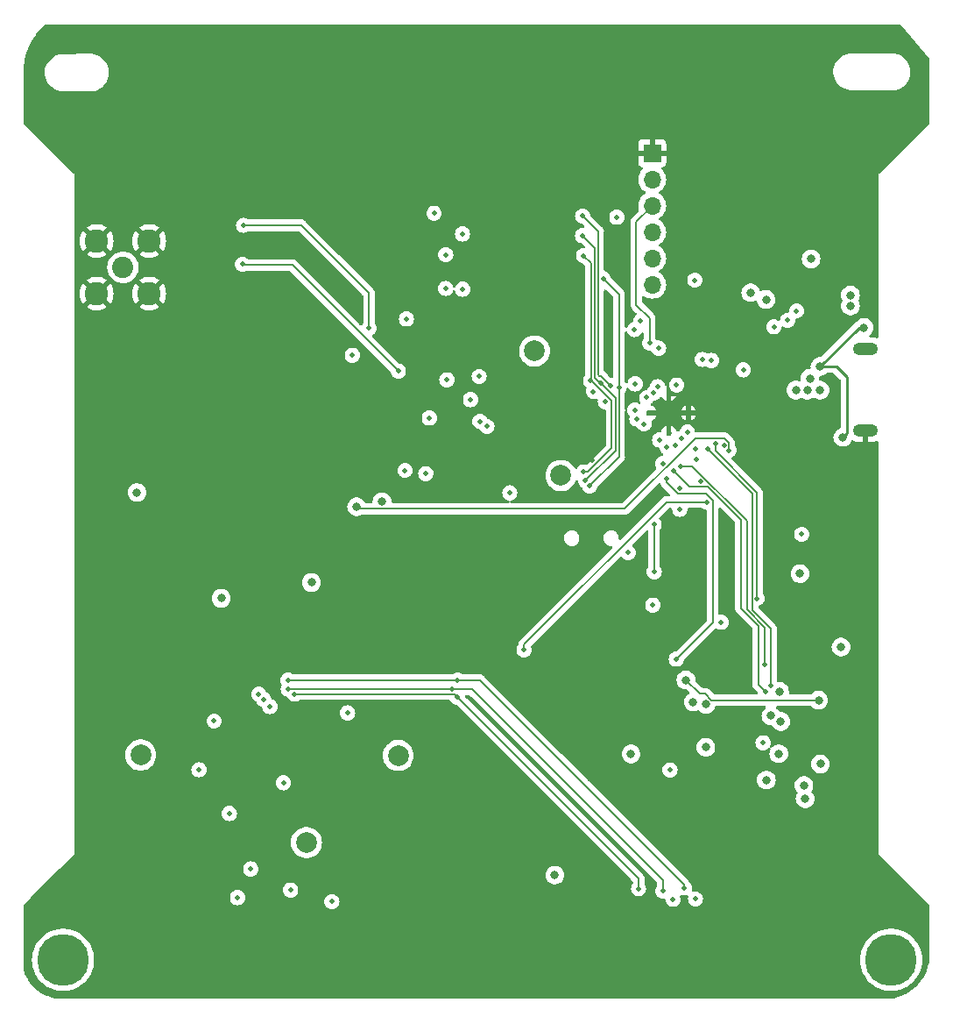
<source format=gbr>
%TF.GenerationSoftware,KiCad,Pcbnew,7.0.1*%
%TF.CreationDate,2024-01-18T22:26:37-07:00*%
%TF.ProjectId,flight_computer_dev_board_rfm98pw,666c6967-6874-45f6-936f-6d7075746572,rev?*%
%TF.SameCoordinates,Original*%
%TF.FileFunction,Copper,L2,Inr*%
%TF.FilePolarity,Positive*%
%FSLAX46Y46*%
G04 Gerber Fmt 4.6, Leading zero omitted, Abs format (unit mm)*
G04 Created by KiCad (PCBNEW 7.0.1) date 2024-01-18 22:26:37*
%MOMM*%
%LPD*%
G01*
G04 APERTURE LIST*
%TA.AperFunction,ComponentPad*%
%ADD10C,2.000000*%
%TD*%
%TA.AperFunction,ComponentPad*%
%ADD11C,2.050000*%
%TD*%
%TA.AperFunction,ComponentPad*%
%ADD12C,2.250000*%
%TD*%
%TA.AperFunction,ComponentPad*%
%ADD13C,5.000000*%
%TD*%
%TA.AperFunction,ComponentPad*%
%ADD14C,0.500000*%
%TD*%
%TA.AperFunction,ComponentPad*%
%ADD15O,2.416000X1.208000*%
%TD*%
%TA.AperFunction,ComponentPad*%
%ADD16R,1.700000X1.700000*%
%TD*%
%TA.AperFunction,ComponentPad*%
%ADD17O,1.700000X1.700000*%
%TD*%
%TA.AperFunction,ViaPad*%
%ADD18C,0.460000*%
%TD*%
%TA.AperFunction,ViaPad*%
%ADD19C,0.800000*%
%TD*%
%TA.AperFunction,ViaPad*%
%ADD20C,0.600000*%
%TD*%
%TA.AperFunction,Conductor*%
%ADD21C,0.127000*%
%TD*%
%TA.AperFunction,Conductor*%
%ADD22C,0.250000*%
%TD*%
G04 APERTURE END LIST*
D10*
%TO.N,+5V*%
%TO.C,TP5*%
X179780000Y-118360000D03*
%TD*%
D11*
%TO.N,Net-(J6-In)*%
%TO.C,J6*%
X153170000Y-71210000D03*
D12*
%TO.N,GND*%
X150630000Y-68670000D03*
X150630000Y-73750000D03*
X155710000Y-68670000D03*
X155710000Y-73750000D03*
%TD*%
D10*
%TO.N,Net-(U9-RESET)*%
%TO.C,TP3*%
X154880000Y-118320000D03*
%TD*%
%TO.N,Net-(U9-STBY)*%
%TO.C,TP4*%
X170910000Y-126760000D03*
%TD*%
D13*
%TO.N,N/C*%
%TO.C,*%
X227414400Y-138100000D03*
%TD*%
%TO.N,N/C*%
%TO.C,*%
X147381083Y-138100000D03*
%TD*%
D10*
%TO.N,FC_RESET*%
%TO.C,TP2*%
X195510000Y-91320000D03*
%TD*%
D14*
%TO.N,GND*%
%TO.C,IC1*%
X205930000Y-87219188D03*
X207839188Y-85310000D03*
X204020812Y-85310000D03*
X205930000Y-83400812D03*
%TD*%
D10*
%TO.N,/USBBOOT*%
%TO.C,TP1*%
X192960000Y-79300000D03*
%TD*%
D15*
%TO.N,N/C*%
%TO.C,J8*%
X224920000Y-79070000D03*
%TO.N,GND*%
X224920000Y-86970000D03*
%TD*%
D16*
%TO.N,GND*%
%TO.C,J3*%
X204330000Y-60190000D03*
D17*
%TO.N,TX*%
X204330000Y-62730000D03*
%TO.N,RX*%
X204330000Y-65270000D03*
%TO.N,SCL1*%
X204330000Y-67810000D03*
%TO.N,SDA1*%
X204330000Y-70350000D03*
%TO.N,3.3V*%
X204330000Y-72890000D03*
%TD*%
D18*
%TO.N,GND*%
X158470000Y-132530000D03*
%TO.N,3.3V*%
X164250000Y-132090000D03*
%TO.N,GND*%
X167110000Y-132590000D03*
%TO.N,3.3V*%
X173360000Y-132480000D03*
%TO.N,CANL*%
X169380000Y-131360000D03*
X165520000Y-129320000D03*
%TO.N,3.3V*%
X184480000Y-82086500D03*
%TO.N,GND*%
X184360000Y-92700000D03*
%TO.N,SPI0_MOSI*%
X185520000Y-111100000D03*
X197690000Y-90980000D03*
%TO.N,SPI0_SCK*%
X185010000Y-111946500D03*
X197874605Y-91817762D03*
%TO.N,SPI0_MISO*%
X185505000Y-112745000D03*
X198283882Y-92334905D03*
%TO.N,SPI0_CS1*%
X206050000Y-119760000D03*
X215830000Y-111650000D03*
%TO.N,D4*%
X205700000Y-91630000D03*
X206650000Y-109050000D03*
X215040000Y-117140000D03*
%TO.N,D6*%
X215280000Y-112190000D03*
%TO.N,D8*%
X215210000Y-109560000D03*
%TO.N,D9*%
X214480000Y-103200000D03*
%TO.N,GND*%
X208982438Y-91907561D03*
%TO.N,SPI0_MISO*%
X203010000Y-131230000D03*
%TO.N,SPI0_SCK*%
X205340000Y-131450000D03*
%TO.N,SPI0_MOSI*%
X207440000Y-131140000D03*
%TO.N,SPI0_MISO*%
X169760000Y-112440000D03*
X166300000Y-112450000D03*
%TO.N,SPI0_SCK*%
X169150000Y-111950000D03*
X167380000Y-113640000D03*
%TO.N,SPI0_MOSI*%
X169130000Y-111100000D03*
%TO.N,D0*%
X211765172Y-88884828D03*
%TO.N,D9*%
X210420000Y-88230000D03*
%TO.N,SPI0_CS1*%
X209680000Y-88780000D03*
%TO.N,D8*%
X207100000Y-90410000D03*
%TO.N,D6*%
X206400000Y-90840000D03*
D19*
%TO.N,HS*%
X215360000Y-120730000D03*
X218610000Y-100800000D03*
X222580000Y-107880000D03*
%TO.N,SDA0*%
X207590000Y-111070000D03*
X220410000Y-113017000D03*
D20*
%TO.N,GND*%
X153230000Y-62770000D03*
D18*
X165960000Y-118530000D03*
D19*
X180230000Y-96170000D03*
D18*
X165920000Y-120130000D03*
D19*
X215270000Y-86050000D03*
D20*
X159110000Y-58990000D03*
D19*
X168380000Y-108430000D03*
X216930000Y-106440000D03*
D20*
X152860000Y-64860000D03*
D18*
X163510000Y-118550000D03*
D19*
X154690000Y-90040000D03*
D20*
X154870000Y-65870000D03*
X151810000Y-60210000D03*
X164430000Y-59240000D03*
D18*
X170800000Y-129770000D03*
X184610000Y-84030000D03*
X173850000Y-115970000D03*
D19*
X218140000Y-68160000D03*
D18*
X208679998Y-97590002D03*
X200300000Y-81610000D03*
D20*
X155270000Y-61360000D03*
D19*
X221430000Y-75570000D03*
D20*
X153930000Y-65870000D03*
X155250000Y-62360000D03*
X153120000Y-58960000D03*
X164550000Y-61340000D03*
D18*
X180070000Y-127000000D03*
D20*
X158020000Y-58980000D03*
D18*
X172870000Y-124160000D03*
D19*
X213390000Y-77840000D03*
D20*
X164510000Y-60360000D03*
D18*
X177270000Y-120100000D03*
D20*
X154380000Y-58940000D03*
D19*
X222660000Y-96000000D03*
D18*
X189950000Y-85580000D03*
X165720000Y-128040000D03*
D20*
X153120000Y-63830000D03*
D19*
X209520000Y-120000000D03*
D20*
X153940000Y-66910000D03*
D18*
X198529500Y-89848715D03*
X162340000Y-128210000D03*
D20*
X155580000Y-58990000D03*
D19*
X196160000Y-78060000D03*
X220400000Y-84690000D03*
D18*
X205900000Y-77570000D03*
X204120000Y-132130000D03*
X169040000Y-125260000D03*
D20*
X162580000Y-58200000D03*
D18*
X224550000Y-101060000D03*
D19*
X211180000Y-71770000D03*
D20*
X151800000Y-61520000D03*
X151920000Y-58970000D03*
X161280000Y-58230000D03*
D18*
X195320000Y-84860000D03*
D20*
X156770000Y-58980000D03*
D18*
X163480000Y-120130000D03*
D20*
X163890000Y-58230000D03*
D18*
X194250000Y-93350000D03*
D20*
X155990000Y-65870000D03*
D19*
X201550000Y-106360000D03*
D18*
X202520000Y-91510000D03*
D19*
X208290000Y-76340000D03*
D20*
X159190000Y-60740000D03*
D19*
X189070000Y-95910000D03*
D20*
X160210000Y-58640000D03*
D18*
X188490000Y-83380000D03*
D20*
X152330000Y-66910000D03*
D18*
X190080000Y-90960000D03*
X181440000Y-91020000D03*
D20*
X152370000Y-65680000D03*
D18*
%TO.N,3.3V*%
X163460000Y-123970000D03*
D19*
X194910000Y-129920000D03*
X202280000Y-118210000D03*
X209510000Y-117560000D03*
X171390000Y-101650000D03*
X209530000Y-113420000D03*
D18*
X206340000Y-132250000D03*
X213130000Y-81120000D03*
X188360000Y-86580000D03*
X202010000Y-98770000D03*
D19*
X162670000Y-103180000D03*
D18*
X180430000Y-90840000D03*
D19*
X219690000Y-70410000D03*
X154520000Y-92960000D03*
%TO.N,VBUS*%
X220550000Y-80800000D03*
X222750000Y-87640000D03*
X224800000Y-77030000D03*
D18*
%TO.N,VCC_RF1*%
X182440000Y-91140000D03*
X182790000Y-85770000D03*
X211000000Y-105500000D03*
X204390000Y-103840000D03*
X175340000Y-79710000D03*
X190560000Y-93000000D03*
%TO.N,ENABLE_BURN {slash} D7*%
X203796738Y-83787000D03*
D19*
X216640000Y-112170000D03*
D18*
%TO.N,I2C_RESET {slash} D2*%
X202679075Y-82473441D03*
D19*
X220590000Y-119190000D03*
D18*
%TO.N,ENAB_RF {slash} D3*%
X202660000Y-85010000D03*
D19*
X216565145Y-118194854D03*
%TO.N,VBUS_RESET {slash} PC*%
X218990500Y-121250000D03*
D18*
X202849500Y-85860738D03*
D19*
%TO.N,BURN_RELAY_A {slash} VS*%
X219110000Y-122550000D03*
D18*
X203550000Y-86350000D03*
%TO.N,D5*%
X204510000Y-96070000D03*
X204517000Y-100610000D03*
D19*
X215808812Y-114531188D03*
D18*
X205337798Y-90170000D03*
%TO.N,SPI0_CS1*%
X208510000Y-132220000D03*
%TO.N,TX*%
X204950000Y-79020000D03*
%TO.N,RX*%
X204070000Y-78550000D03*
%TO.N,/USBBOOT*%
X208450000Y-72460000D03*
%TO.N,SPI0_CS2*%
X209650000Y-93900000D03*
X211270172Y-88389828D03*
X191943000Y-108150000D03*
X161980000Y-115040000D03*
X174890000Y-114250000D03*
%TO.N,SDA1*%
X203210000Y-76390000D03*
X186770000Y-84000000D03*
%TO.N,SCL1*%
X187678042Y-86101958D03*
X187600000Y-81760000D03*
X202620000Y-77230000D03*
%TO.N,SDA0*%
X204850522Y-82754243D03*
D19*
%TO.N,SCL0*%
X208292347Y-113207653D03*
D18*
X204462067Y-83351099D03*
D19*
X216760000Y-115090000D03*
%TO.N,D0*%
X175760000Y-94330000D03*
D18*
%TO.N,HS*%
X208583633Y-89766425D03*
D19*
%TO.N,FC_RESET*%
X178212868Y-93870119D03*
D18*
%TO.N,SWCLK*%
X205044501Y-87897613D03*
%TO.N,SWDIO*%
X205760000Y-88610000D03*
%TO.N,SPI0_MISO*%
X201127420Y-82797802D03*
X199590000Y-72310000D03*
%TO.N,SPI0_CS0*%
X200340891Y-82659109D03*
X197600000Y-66270000D03*
X183240000Y-66001499D03*
X180570000Y-76200000D03*
%TO.N,SPI0_SCK*%
X197600000Y-68170000D03*
X185990000Y-68001499D03*
X199392286Y-82407714D03*
X186010000Y-73340000D03*
%TO.N,SPI0_MOSI*%
X166790000Y-112980000D03*
X184370000Y-70001499D03*
X197690000Y-70090000D03*
X198371758Y-82190609D03*
X184370000Y-73260000D03*
%TO.N,RF1_RST*%
X200910000Y-66380000D03*
X206570000Y-88420000D03*
%TO.N,WDT_WDI*%
X206990000Y-92600000D03*
X206990000Y-94590000D03*
%TO.N,RF1_IO4*%
X198640000Y-83210000D03*
X176960000Y-77100000D03*
X164830000Y-67160000D03*
X207168321Y-87727200D03*
%TO.N,RF1_IO0*%
X207730000Y-87140000D03*
X199794371Y-84205629D03*
X164720000Y-70930000D03*
X179790000Y-81240000D03*
%TO.N,NEOPIX*%
X208534359Y-88793124D03*
X218780000Y-97000000D03*
%TO.N,/QSPI_DATA[3]*%
X218280000Y-75430000D03*
X210049974Y-80209974D03*
%TO.N,/QSPI_SCK*%
X217420000Y-76340000D03*
X209174194Y-80114194D03*
%TO.N,/QSPI_DATA[0]*%
X206690000Y-82590000D03*
X216096396Y-76966396D03*
D19*
%TO.N,/QSPI_DATA[2]*%
X213850000Y-73670000D03*
X215330000Y-74330000D03*
%TO.N,USB_D-*%
X223489169Y-74945000D03*
X218210000Y-83080000D03*
X219580000Y-81940000D03*
%TO.N,USB_D+*%
X219320000Y-83080000D03*
X220550000Y-83090000D03*
X223489169Y-73895000D03*
D18*
%TO.N,TXCAN*%
X160520000Y-119740000D03*
X168690000Y-121000000D03*
%TD*%
D21*
%TO.N,SPI0_MISO*%
X198283882Y-92326118D02*
X201127420Y-89482580D01*
X198283882Y-92334905D02*
X198283882Y-92326118D01*
X201127420Y-89482580D02*
X201127420Y-82797802D01*
%TO.N,SPI0_MOSI*%
X198096130Y-90980000D02*
X197690000Y-90980000D01*
X200410000Y-86610000D02*
X200410000Y-88666130D01*
X200410000Y-88666130D02*
X198096130Y-90980000D01*
X200410000Y-86610000D02*
X200410000Y-86670000D01*
X200410000Y-85730000D02*
X200410000Y-86610000D01*
X200410000Y-84123343D02*
X200410000Y-85730000D01*
X198477266Y-82190609D02*
X200410000Y-84123343D01*
X198371758Y-82190609D02*
X198477266Y-82190609D01*
%TO.N,SPI0_SCK*%
X200800420Y-88891947D02*
X197874605Y-91817762D01*
X200800420Y-83815848D02*
X200800420Y-88891947D01*
X199392286Y-82407714D02*
X200800420Y-83815848D01*
X185010000Y-111946500D02*
X186906500Y-111946500D01*
X169153500Y-111946500D02*
X185010000Y-111946500D01*
%TO.N,SPI0_MISO*%
X185505000Y-112745000D02*
X203030000Y-130270000D01*
X185200000Y-112440000D02*
X185505000Y-112745000D01*
%TO.N,SPI0_CS1*%
X215830000Y-106147552D02*
X215830000Y-111650000D01*
X213986500Y-104304052D02*
X215830000Y-106147552D01*
X213986500Y-93086500D02*
X213986500Y-104304052D01*
X209680000Y-88780000D02*
X213986500Y-93086500D01*
%TO.N,D9*%
X210420000Y-88940000D02*
X210420000Y-88230000D01*
X214480000Y-93000000D02*
X210420000Y-88940000D01*
X214480000Y-103200000D02*
X214480000Y-93000000D01*
%TO.N,D4*%
X206783500Y-93093500D02*
X205700000Y-92010000D01*
X210190000Y-93742085D02*
X209541415Y-93093500D01*
X205700000Y-92010000D02*
X205700000Y-91630000D01*
X210190000Y-94740000D02*
X210190000Y-93742085D01*
X209541415Y-93093500D02*
X206783500Y-93093500D01*
X210190000Y-105510000D02*
X210190000Y-94740000D01*
X210190000Y-94740000D02*
X210190000Y-94670000D01*
%TO.N,D6*%
X207961061Y-92401061D02*
X206400000Y-90840000D01*
X212880000Y-95569656D02*
X209711405Y-92401061D01*
X209711405Y-92401061D02*
X207961061Y-92401061D01*
X214600000Y-105842448D02*
X212880000Y-104122448D01*
X212880000Y-104122448D02*
X212880000Y-95569656D01*
X215280000Y-112190000D02*
X214600000Y-111510000D01*
X214600000Y-111510000D02*
X214600000Y-105842448D01*
%TO.N,D4*%
X206650000Y-109050000D02*
X210190000Y-105510000D01*
%TO.N,D8*%
X208182792Y-90410000D02*
X207100000Y-90410000D01*
X213466500Y-95693708D02*
X208182792Y-90410000D01*
X213466500Y-104246500D02*
X213466500Y-95693708D01*
X215210000Y-105990000D02*
X213466500Y-104246500D01*
X215210000Y-109560000D02*
X215210000Y-105990000D01*
%TO.N,D0*%
X201686381Y-94533619D02*
X175963619Y-94533619D01*
X211298259Y-87720000D02*
X208500000Y-87720000D01*
X211765172Y-88186913D02*
X211298259Y-87720000D01*
X208500000Y-87720000D02*
X201686381Y-94533619D01*
X211765172Y-88884828D02*
X211765172Y-88186913D01*
X175963619Y-94533619D02*
X175760000Y-94330000D01*
%TO.N,SPI0_MISO*%
X203030000Y-131210000D02*
X203010000Y-131230000D01*
X203030000Y-130270000D02*
X203030000Y-131210000D01*
X169760000Y-112440000D02*
X185200000Y-112440000D01*
%TO.N,SPI0_SCK*%
X205350000Y-130390000D02*
X205350000Y-131440000D01*
X205350000Y-131440000D02*
X205340000Y-131450000D01*
X169150000Y-111950000D02*
X169153500Y-111946500D01*
X186906500Y-111946500D02*
X205350000Y-130390000D01*
%TO.N,SPI0_MOSI*%
X207440000Y-130860000D02*
X207440000Y-131140000D01*
X207430000Y-130850000D02*
X207440000Y-130860000D01*
X187680000Y-111100000D02*
X207430000Y-130850000D01*
X169130000Y-111100000D02*
X187680000Y-111100000D01*
%TO.N,SDA0*%
X208911669Y-112391669D02*
X209440000Y-112391669D01*
X209440000Y-112391669D02*
X210065331Y-113017000D01*
X207590000Y-111070000D02*
X208911669Y-112391669D01*
X210065331Y-113017000D02*
X220410000Y-113017000D01*
D22*
%TO.N,VBUS*%
X224800000Y-77030000D02*
X224320000Y-77030000D01*
X223170000Y-87220000D02*
X222750000Y-87640000D01*
X220550000Y-80800000D02*
X222140000Y-80800000D01*
X222140000Y-80800000D02*
X223170000Y-81830000D01*
X223170000Y-81830000D02*
X223170000Y-87220000D01*
X224320000Y-77030000D02*
X220550000Y-80800000D01*
D21*
%TO.N,D5*%
X204517000Y-100610000D02*
X204517000Y-96077000D01*
X204517000Y-96077000D02*
X204510000Y-96070000D01*
%TO.N,RX*%
X202790000Y-74830000D02*
X202790000Y-66810000D01*
X204070000Y-76110000D02*
X202790000Y-74830000D01*
X204070000Y-78550000D02*
X204070000Y-76110000D01*
X202790000Y-66810000D02*
X204330000Y-65270000D01*
%TO.N,SPI0_CS2*%
X209650000Y-93900000D02*
X205702085Y-93900000D01*
X205702085Y-93900000D02*
X191943000Y-107659085D01*
X191943000Y-107659085D02*
X191943000Y-108150000D01*
%TO.N,SPI0_MISO*%
X201127420Y-82797802D02*
X201127420Y-73847420D01*
X201127420Y-73847420D02*
X199590000Y-72310000D01*
%TO.N,SPI0_CS0*%
X199220000Y-81700000D02*
X199097000Y-81577000D01*
X199097000Y-81577000D02*
X199097000Y-67767000D01*
X200340891Y-82659109D02*
X199381781Y-81700000D01*
X199097000Y-67767000D02*
X197600000Y-66270000D01*
X199381781Y-81700000D02*
X199220000Y-81700000D01*
%TO.N,SPI0_SCK*%
X199392286Y-82280652D02*
X199351634Y-82240000D01*
X198770000Y-69340000D02*
X197600000Y-68170000D01*
X198770000Y-81900000D02*
X198770000Y-69340000D01*
X199392286Y-82407714D02*
X199392286Y-82280652D01*
X199110000Y-82240000D02*
X198770000Y-81900000D01*
X199351634Y-82240000D02*
X199110000Y-82240000D01*
%TO.N,SPI0_MOSI*%
X198371758Y-82190609D02*
X198379391Y-82190609D01*
X198400000Y-82170000D02*
X198400000Y-70800000D01*
X198400000Y-70800000D02*
X197690000Y-70090000D01*
X198379391Y-82190609D02*
X198400000Y-82170000D01*
%TO.N,RF1_IO4*%
X170420000Y-67160000D02*
X164830000Y-67160000D01*
X176960000Y-73700000D02*
X170420000Y-67160000D01*
X176960000Y-77100000D02*
X176960000Y-73700000D01*
%TO.N,RF1_IO0*%
X169540000Y-70990000D02*
X164780000Y-70990000D01*
X164780000Y-70990000D02*
X164720000Y-70930000D01*
X179790000Y-81240000D02*
X169540000Y-70990000D01*
%TD*%
%TA.AperFunction,Conductor*%
%TO.N,GND*%
G36*
X199823318Y-73360048D02*
G01*
X199872681Y-73390298D01*
X200527101Y-74044717D01*
X200553981Y-74084945D01*
X200563420Y-74132398D01*
X200563420Y-81784659D01*
X200549905Y-81840954D01*
X200512305Y-81884977D01*
X200458818Y-81907132D01*
X200401102Y-81902590D01*
X200351739Y-81872340D01*
X199812477Y-81333079D01*
X199801781Y-81320883D01*
X199796214Y-81313628D01*
X199784031Y-81297750D01*
X199744102Y-81267112D01*
X199709513Y-81240571D01*
X199673788Y-81197040D01*
X199661000Y-81142196D01*
X199661000Y-73477979D01*
X199674515Y-73421684D01*
X199712115Y-73377661D01*
X199765602Y-73355506D01*
X199823318Y-73360048D01*
G37*
%TD.AperFunction*%
%TA.AperFunction,Conductor*%
G36*
X228288992Y-47778803D02*
G01*
X228341507Y-47790633D01*
X228384059Y-47823600D01*
X231109469Y-51106745D01*
X231114110Y-51112335D01*
X231135334Y-51149435D01*
X231142700Y-51191537D01*
X231142700Y-57245588D01*
X231133261Y-57293041D01*
X231106381Y-57333269D01*
X226267208Y-62172441D01*
X226245311Y-62187978D01*
X226224598Y-62213950D01*
X226215345Y-62224304D01*
X226212252Y-62227396D01*
X226209922Y-62231105D01*
X226201889Y-62242426D01*
X226181176Y-62268400D01*
X226176517Y-62279647D01*
X226172800Y-62312641D01*
X226170475Y-62326333D01*
X226169500Y-62330607D01*
X226169500Y-62334978D01*
X226168721Y-62348859D01*
X226165002Y-62381865D01*
X226169500Y-62408332D01*
X226169500Y-77955488D01*
X226155032Y-78013616D01*
X226115003Y-78058179D01*
X226058755Y-78078778D01*
X225999417Y-78070606D01*
X225836589Y-78005420D01*
X225836587Y-78005419D01*
X225629467Y-77965500D01*
X225426050Y-77965500D01*
X225366313Y-77950162D01*
X225321353Y-77907943D01*
X225302295Y-77849286D01*
X225313851Y-77788704D01*
X225353164Y-77741182D01*
X225405872Y-77702887D01*
X225532533Y-77562216D01*
X225627179Y-77398284D01*
X225628707Y-77393580D01*
X225685674Y-77218256D01*
X225705460Y-77030000D01*
X225685674Y-76841744D01*
X225627179Y-76661716D01*
X225627179Y-76661715D01*
X225532533Y-76497783D01*
X225405870Y-76357110D01*
X225252730Y-76245848D01*
X225079802Y-76168855D01*
X224894648Y-76129500D01*
X224894646Y-76129500D01*
X224705354Y-76129500D01*
X224705352Y-76129500D01*
X224520197Y-76168855D01*
X224347269Y-76245848D01*
X224194131Y-76357109D01*
X224146923Y-76409538D01*
X224089372Y-76445639D01*
X224069612Y-76451380D01*
X224052369Y-76461578D01*
X224034897Y-76470138D01*
X224016266Y-76477514D01*
X223980938Y-76503181D01*
X223971180Y-76509591D01*
X223933579Y-76531829D01*
X223919410Y-76545998D01*
X223904622Y-76558628D01*
X223888413Y-76570405D01*
X223860572Y-76604058D01*
X223852711Y-76612696D01*
X220602228Y-79863181D01*
X220562000Y-79890061D01*
X220514547Y-79899500D01*
X220455352Y-79899500D01*
X220270197Y-79938855D01*
X220097269Y-80015848D01*
X219944129Y-80127110D01*
X219817466Y-80267783D01*
X219722820Y-80431715D01*
X219664326Y-80611742D01*
X219644540Y-80800000D01*
X219655317Y-80902539D01*
X219643446Y-80969858D01*
X219597706Y-81020658D01*
X219531996Y-81039500D01*
X219485352Y-81039500D01*
X219300197Y-81078855D01*
X219127269Y-81155848D01*
X218974129Y-81267110D01*
X218847466Y-81407783D01*
X218752820Y-81571715D01*
X218694326Y-81751742D01*
X218683486Y-81854878D01*
X218674540Y-81940000D01*
X218690507Y-82091921D01*
X218691907Y-82105236D01*
X218681866Y-82168632D01*
X218641472Y-82218515D01*
X218581548Y-82241518D01*
X218518151Y-82231477D01*
X218489801Y-82218854D01*
X218304648Y-82179500D01*
X218304646Y-82179500D01*
X218115354Y-82179500D01*
X218115352Y-82179500D01*
X217930197Y-82218855D01*
X217757269Y-82295848D01*
X217604129Y-82407110D01*
X217477466Y-82547783D01*
X217382820Y-82711715D01*
X217324326Y-82891742D01*
X217304540Y-83080000D01*
X217324326Y-83268257D01*
X217382820Y-83448284D01*
X217477466Y-83612216D01*
X217604129Y-83752889D01*
X217757269Y-83864151D01*
X217930197Y-83941144D01*
X218115352Y-83980500D01*
X218115354Y-83980500D01*
X218304646Y-83980500D01*
X218304648Y-83980500D01*
X218442756Y-83951144D01*
X218489803Y-83941144D01*
X218662730Y-83864151D01*
X218692114Y-83842801D01*
X218739219Y-83821829D01*
X218790781Y-83821829D01*
X218837885Y-83842801D01*
X218867270Y-83864151D01*
X219040196Y-83941143D01*
X219040197Y-83941144D01*
X219225352Y-83980500D01*
X219225354Y-83980500D01*
X219414646Y-83980500D01*
X219414648Y-83980500D01*
X219552756Y-83951144D01*
X219599803Y-83941144D01*
X219772730Y-83864151D01*
X219772731Y-83864150D01*
X219855233Y-83804210D01*
X219902337Y-83783238D01*
X219953899Y-83783238D01*
X220001003Y-83804210D01*
X220097269Y-83874151D01*
X220270197Y-83951144D01*
X220455352Y-83990500D01*
X220455354Y-83990500D01*
X220644646Y-83990500D01*
X220644648Y-83990500D01*
X220768083Y-83964262D01*
X220829803Y-83951144D01*
X221002730Y-83874151D01*
X221045878Y-83842802D01*
X221155870Y-83762889D01*
X221282533Y-83622216D01*
X221377179Y-83458284D01*
X221404701Y-83373580D01*
X221435674Y-83278256D01*
X221455460Y-83090000D01*
X221435674Y-82901744D01*
X221387748Y-82754243D01*
X221377179Y-82721715D01*
X221282533Y-82557783D01*
X221155870Y-82417110D01*
X221002730Y-82305848D01*
X220829802Y-82228855D01*
X220644648Y-82189500D01*
X220644646Y-82189500D01*
X220596953Y-82189500D01*
X220531243Y-82170658D01*
X220485503Y-82119858D01*
X220473632Y-82052539D01*
X220477567Y-82015099D01*
X220485460Y-81940000D01*
X220474682Y-81837461D01*
X220486554Y-81770142D01*
X220532294Y-81719342D01*
X220598004Y-81700500D01*
X220644648Y-81700500D01*
X220773055Y-81673206D01*
X220829803Y-81661144D01*
X221002730Y-81584151D01*
X221155871Y-81472888D01*
X221161598Y-81466526D01*
X221203312Y-81436220D01*
X221253747Y-81425500D01*
X221829548Y-81425500D01*
X221877001Y-81434939D01*
X221917229Y-81461819D01*
X222508181Y-82052772D01*
X222535061Y-82093000D01*
X222544500Y-82140453D01*
X222544500Y-86665247D01*
X222535471Y-86711698D01*
X222509698Y-86751384D01*
X222470936Y-86778526D01*
X222297269Y-86855848D01*
X222144129Y-86967110D01*
X222017466Y-87107783D01*
X221922820Y-87271715D01*
X221864326Y-87451742D01*
X221844540Y-87640000D01*
X221864326Y-87828257D01*
X221922820Y-88008284D01*
X222017466Y-88172216D01*
X222144129Y-88312889D01*
X222297269Y-88424151D01*
X222470197Y-88501144D01*
X222655352Y-88540500D01*
X222655354Y-88540500D01*
X222844646Y-88540500D01*
X222844648Y-88540500D01*
X222968083Y-88514262D01*
X223029803Y-88501144D01*
X223202730Y-88424151D01*
X223272216Y-88373667D01*
X223355870Y-88312889D01*
X223482533Y-88172216D01*
X223577178Y-88008286D01*
X223581451Y-87995135D01*
X223610458Y-87947032D01*
X223657712Y-87916663D01*
X223713518Y-87910259D01*
X223766423Y-87929136D01*
X223807814Y-87955737D01*
X224003554Y-88034099D01*
X224210580Y-88074000D01*
X224670000Y-88074000D01*
X224670000Y-86844000D01*
X224686613Y-86782000D01*
X224732000Y-86736613D01*
X224794000Y-86720000D01*
X225046000Y-86720000D01*
X225108000Y-86736613D01*
X225153387Y-86782000D01*
X225170000Y-86844000D01*
X225170000Y-88074000D01*
X225576589Y-88074000D01*
X225733886Y-88058980D01*
X225936180Y-87999580D01*
X225988680Y-87972515D01*
X226049926Y-87958810D01*
X226110038Y-87976850D01*
X226153617Y-88022013D01*
X226169500Y-88082731D01*
X226169500Y-127681668D01*
X226165002Y-127708134D01*
X226168721Y-127741141D01*
X226169500Y-127755022D01*
X226169500Y-127759389D01*
X226170473Y-127763653D01*
X226172800Y-127777356D01*
X226176517Y-127810354D01*
X226181176Y-127821600D01*
X226201888Y-127847573D01*
X226209928Y-127858903D01*
X226212252Y-127862601D01*
X226215336Y-127865685D01*
X226224601Y-127876052D01*
X226245312Y-127902022D01*
X226267213Y-127917562D01*
X231106381Y-132756731D01*
X231133261Y-132796959D01*
X231142700Y-132844412D01*
X231142700Y-138046741D01*
X231140771Y-138068529D01*
X231077299Y-138424135D01*
X231074945Y-138434656D01*
X230976741Y-138798544D01*
X230973482Y-138808820D01*
X230844045Y-139162797D01*
X230839906Y-139172751D01*
X230680211Y-139514151D01*
X230675223Y-139523708D01*
X230486480Y-139849943D01*
X230480681Y-139859031D01*
X230264316Y-140167639D01*
X230257750Y-140176189D01*
X230015386Y-140464852D01*
X230008101Y-140472799D01*
X229741599Y-140739301D01*
X229733652Y-140746586D01*
X229444989Y-140988950D01*
X229436439Y-140995516D01*
X229127831Y-141211881D01*
X229118743Y-141217680D01*
X228792508Y-141406423D01*
X228782951Y-141411411D01*
X228441551Y-141571106D01*
X228431597Y-141575245D01*
X228077620Y-141704682D01*
X228067344Y-141707941D01*
X227703456Y-141806145D01*
X227692935Y-141808499D01*
X227337329Y-141871971D01*
X227315541Y-141873900D01*
X147405254Y-141873900D01*
X147400683Y-141873025D01*
X147343154Y-141873878D01*
X147337326Y-141873828D01*
X146980930Y-141862350D01*
X146969309Y-141861427D01*
X146618481Y-141816901D01*
X146606997Y-141814891D01*
X146261902Y-141737616D01*
X146250659Y-141734537D01*
X146158830Y-141704682D01*
X145914341Y-141625194D01*
X145903440Y-141621074D01*
X145741157Y-141550851D01*
X145578882Y-141480632D01*
X145568413Y-141475505D01*
X145258472Y-141305202D01*
X145248530Y-141299114D01*
X144955953Y-141100457D01*
X144946628Y-141093463D01*
X144674004Y-140868214D01*
X144665375Y-140860374D01*
X144415102Y-140610509D01*
X144407249Y-140601894D01*
X144181553Y-140329638D01*
X144174543Y-140320323D01*
X143975410Y-140028071D01*
X143969306Y-140018139D01*
X143798503Y-139708488D01*
X143793358Y-139698027D01*
X143685075Y-139448904D01*
X143652378Y-139373678D01*
X143648247Y-139362800D01*
X143549838Y-139061789D01*
X143543700Y-139023258D01*
X143543700Y-138100000D01*
X144375497Y-138100000D01*
X144395821Y-138448927D01*
X144456512Y-138793130D01*
X144456514Y-138793136D01*
X144556757Y-139127971D01*
X144658048Y-139362790D01*
X144695195Y-139448906D01*
X144869952Y-139751595D01*
X144949935Y-139859031D01*
X145078671Y-140031953D01*
X145318525Y-140286183D01*
X145586272Y-140510849D01*
X145586276Y-140510852D01*
X145586279Y-140510854D01*
X145878289Y-140702913D01*
X146190628Y-140859776D01*
X146340355Y-140914271D01*
X146519072Y-140979319D01*
X146859169Y-141059923D01*
X147206324Y-141100500D01*
X147555837Y-141100500D01*
X147555842Y-141100500D01*
X147902997Y-141059923D01*
X148243094Y-140979319D01*
X148541351Y-140870762D01*
X148571537Y-140859776D01*
X148883876Y-140702913D01*
X149024369Y-140610509D01*
X149175894Y-140510849D01*
X149443641Y-140286183D01*
X149683495Y-140031953D01*
X149892213Y-139751596D01*
X150066972Y-139448904D01*
X150205409Y-139127971D01*
X150305652Y-138793136D01*
X150366345Y-138448927D01*
X150386668Y-138100000D01*
X224408814Y-138100000D01*
X224429138Y-138448927D01*
X224489829Y-138793130D01*
X224489831Y-138793136D01*
X224590074Y-139127971D01*
X224691365Y-139362790D01*
X224728512Y-139448906D01*
X224903269Y-139751595D01*
X224983252Y-139859031D01*
X225111988Y-140031953D01*
X225351842Y-140286183D01*
X225619589Y-140510849D01*
X225619593Y-140510852D01*
X225619596Y-140510854D01*
X225911606Y-140702913D01*
X226223945Y-140859776D01*
X226373672Y-140914271D01*
X226552389Y-140979319D01*
X226892486Y-141059923D01*
X227239641Y-141100500D01*
X227589154Y-141100500D01*
X227589159Y-141100500D01*
X227936314Y-141059923D01*
X228276411Y-140979319D01*
X228574668Y-140870762D01*
X228604854Y-140859776D01*
X228917193Y-140702913D01*
X229057686Y-140610509D01*
X229209211Y-140510849D01*
X229476958Y-140286183D01*
X229716812Y-140031953D01*
X229925530Y-139751596D01*
X230100289Y-139448904D01*
X230238726Y-139127971D01*
X230338969Y-138793136D01*
X230399662Y-138448927D01*
X230419985Y-138100000D01*
X230399662Y-137751073D01*
X230338969Y-137406864D01*
X230238726Y-137072029D01*
X230100289Y-136751096D01*
X229925530Y-136448404D01*
X229716812Y-136168047D01*
X229476958Y-135913817D01*
X229209211Y-135689151D01*
X229209207Y-135689148D01*
X229209203Y-135689145D01*
X228917193Y-135497086D01*
X228604854Y-135340223D01*
X228276414Y-135220682D01*
X228276413Y-135220681D01*
X228276411Y-135220681D01*
X228089557Y-135176396D01*
X227936315Y-135140077D01*
X227878454Y-135133314D01*
X227589159Y-135099500D01*
X227239641Y-135099500D01*
X226991673Y-135128483D01*
X226892484Y-135140077D01*
X226552385Y-135220682D01*
X226223945Y-135340223D01*
X225911606Y-135497086D01*
X225619596Y-135689145D01*
X225619588Y-135689151D01*
X225619589Y-135689151D01*
X225351842Y-135913817D01*
X225351838Y-135913820D01*
X225351837Y-135913822D01*
X225111989Y-136168045D01*
X224903269Y-136448404D01*
X224728512Y-136751093D01*
X224728511Y-136751096D01*
X224590074Y-137072029D01*
X224531727Y-137266920D01*
X224489829Y-137406869D01*
X224429138Y-137751072D01*
X224408814Y-138100000D01*
X150386668Y-138100000D01*
X150366345Y-137751073D01*
X150305652Y-137406864D01*
X150205409Y-137072029D01*
X150066972Y-136751096D01*
X149892213Y-136448404D01*
X149683495Y-136168047D01*
X149443641Y-135913817D01*
X149175894Y-135689151D01*
X149175890Y-135689148D01*
X149175886Y-135689145D01*
X148883876Y-135497086D01*
X148571537Y-135340223D01*
X148243097Y-135220682D01*
X148243096Y-135220681D01*
X148243094Y-135220681D01*
X148056240Y-135176396D01*
X147902998Y-135140077D01*
X147845137Y-135133314D01*
X147555842Y-135099500D01*
X147206324Y-135099500D01*
X146958356Y-135128483D01*
X146859167Y-135140077D01*
X146519068Y-135220682D01*
X146190628Y-135340223D01*
X145878289Y-135497086D01*
X145586279Y-135689145D01*
X145586271Y-135689151D01*
X145586272Y-135689151D01*
X145318525Y-135913817D01*
X145318521Y-135913820D01*
X145318520Y-135913822D01*
X145078672Y-136168045D01*
X144869952Y-136448404D01*
X144695195Y-136751093D01*
X144695194Y-136751096D01*
X144556757Y-137072029D01*
X144498410Y-137266920D01*
X144456512Y-137406869D01*
X144395821Y-137751072D01*
X144375497Y-138100000D01*
X143543700Y-138100000D01*
X143543700Y-132844411D01*
X143553139Y-132796958D01*
X143580019Y-132756730D01*
X144246749Y-132090000D01*
X163514877Y-132090000D01*
X163533308Y-132253580D01*
X163587677Y-132408957D01*
X163675257Y-132548341D01*
X163791658Y-132664742D01*
X163931042Y-132752322D01*
X164086419Y-132806691D01*
X164250000Y-132825122D01*
X164413580Y-132806691D01*
X164568957Y-132752322D01*
X164708341Y-132664742D01*
X164824742Y-132548341D01*
X164867684Y-132479999D01*
X172624877Y-132479999D01*
X172643308Y-132643580D01*
X172697677Y-132798957D01*
X172785257Y-132938341D01*
X172901658Y-133054742D01*
X173041042Y-133142322D01*
X173196419Y-133196691D01*
X173360000Y-133215122D01*
X173523580Y-133196691D01*
X173678957Y-133142322D01*
X173818341Y-133054742D01*
X173934742Y-132938341D01*
X174022322Y-132798957D01*
X174076691Y-132643580D01*
X174095122Y-132480000D01*
X174087117Y-132408957D01*
X174076691Y-132316419D01*
X174022322Y-132161042D01*
X173934742Y-132021658D01*
X173818341Y-131905257D01*
X173678957Y-131817677D01*
X173523580Y-131763308D01*
X173360000Y-131744877D01*
X173196419Y-131763308D01*
X173041042Y-131817677D01*
X172901658Y-131905257D01*
X172785257Y-132021658D01*
X172697677Y-132161042D01*
X172643308Y-132316419D01*
X172624877Y-132479999D01*
X164867684Y-132479999D01*
X164912322Y-132408957D01*
X164966691Y-132253580D01*
X164985122Y-132090000D01*
X164966691Y-131926420D01*
X164957811Y-131901043D01*
X164912322Y-131771042D01*
X164824742Y-131631658D01*
X164708341Y-131515257D01*
X164568957Y-131427677D01*
X164413580Y-131373308D01*
X164295468Y-131360000D01*
X168644877Y-131360000D01*
X168663308Y-131523580D01*
X168717677Y-131678957D01*
X168805257Y-131818341D01*
X168921658Y-131934742D01*
X169061042Y-132022322D01*
X169216419Y-132076691D01*
X169380000Y-132095122D01*
X169543580Y-132076691D01*
X169698957Y-132022322D01*
X169838341Y-131934742D01*
X169954742Y-131818341D01*
X170042322Y-131678957D01*
X170096691Y-131523580D01*
X170115122Y-131360000D01*
X170100475Y-131230000D01*
X170096691Y-131196419D01*
X170042322Y-131041042D01*
X169954742Y-130901658D01*
X169838341Y-130785257D01*
X169698957Y-130697677D01*
X169543580Y-130643308D01*
X169380000Y-130624877D01*
X169216419Y-130643308D01*
X169061042Y-130697677D01*
X168921658Y-130785257D01*
X168805257Y-130901658D01*
X168717677Y-131041042D01*
X168663308Y-131196419D01*
X168644877Y-131360000D01*
X164295468Y-131360000D01*
X164250000Y-131354877D01*
X164086419Y-131373308D01*
X163931042Y-131427677D01*
X163791658Y-131515257D01*
X163675257Y-131631658D01*
X163587677Y-131771042D01*
X163533308Y-131926419D01*
X163514877Y-132090000D01*
X144246749Y-132090000D01*
X144787792Y-131548957D01*
X147016749Y-129319999D01*
X164784877Y-129319999D01*
X164803308Y-129483580D01*
X164857677Y-129638957D01*
X164945257Y-129778341D01*
X165061658Y-129894742D01*
X165201042Y-129982322D01*
X165356419Y-130036691D01*
X165520000Y-130055122D01*
X165683580Y-130036691D01*
X165838957Y-129982322D01*
X165938144Y-129919999D01*
X194004540Y-129919999D01*
X194024326Y-130108257D01*
X194082820Y-130288284D01*
X194177466Y-130452216D01*
X194304129Y-130592889D01*
X194457269Y-130704151D01*
X194630197Y-130781144D01*
X194815352Y-130820500D01*
X194815354Y-130820500D01*
X195004646Y-130820500D01*
X195004648Y-130820500D01*
X195165108Y-130786393D01*
X195189803Y-130781144D01*
X195362730Y-130704151D01*
X195468196Y-130627526D01*
X195515870Y-130592889D01*
X195550005Y-130554979D01*
X195642533Y-130452216D01*
X195737179Y-130288284D01*
X195795674Y-130108256D01*
X195815460Y-129920000D01*
X195795674Y-129731744D01*
X195737179Y-129551716D01*
X195737179Y-129551715D01*
X195642533Y-129387783D01*
X195515870Y-129247110D01*
X195362730Y-129135848D01*
X195189802Y-129058855D01*
X195004648Y-129019500D01*
X195004646Y-129019500D01*
X194815354Y-129019500D01*
X194815352Y-129019500D01*
X194630197Y-129058855D01*
X194457269Y-129135848D01*
X194304129Y-129247110D01*
X194177466Y-129387783D01*
X194082820Y-129551715D01*
X194024326Y-129731742D01*
X194004540Y-129919999D01*
X165938144Y-129919999D01*
X165978341Y-129894742D01*
X166094742Y-129778341D01*
X166182322Y-129638957D01*
X166236691Y-129483580D01*
X166255122Y-129320000D01*
X166236691Y-129156420D01*
X166202551Y-129058855D01*
X166182322Y-129001042D01*
X166094742Y-128861658D01*
X165978341Y-128745257D01*
X165838957Y-128657677D01*
X165683580Y-128603308D01*
X165520000Y-128584877D01*
X165356419Y-128603308D01*
X165201042Y-128657677D01*
X165061658Y-128745257D01*
X164945257Y-128861658D01*
X164857677Y-129001042D01*
X164803308Y-129156419D01*
X164784877Y-129319999D01*
X147016749Y-129319999D01*
X148422787Y-127913960D01*
X148444686Y-127898423D01*
X148448222Y-127893988D01*
X148448224Y-127893988D01*
X148465397Y-127872452D01*
X148474662Y-127862085D01*
X148477748Y-127859001D01*
X148480069Y-127855306D01*
X148488115Y-127843966D01*
X148505290Y-127822431D01*
X148505290Y-127822428D01*
X148508830Y-127817990D01*
X148513479Y-127806766D01*
X148514114Y-127801126D01*
X148514116Y-127801124D01*
X148517198Y-127773753D01*
X148519527Y-127760049D01*
X148520500Y-127755790D01*
X148520500Y-127751422D01*
X148521279Y-127737541D01*
X148524997Y-127704534D01*
X148520500Y-127678068D01*
X148520500Y-126759999D01*
X169404356Y-126759999D01*
X169424891Y-127007816D01*
X169424891Y-127007819D01*
X169424892Y-127007821D01*
X169485937Y-127248881D01*
X169530960Y-127351523D01*
X169585825Y-127476604D01*
X169585827Y-127476607D01*
X169721836Y-127684785D01*
X169890256Y-127867738D01*
X169896324Y-127872461D01*
X170086485Y-128020470D01*
X170086487Y-128020471D01*
X170086491Y-128020474D01*
X170305190Y-128138828D01*
X170540386Y-128219571D01*
X170785665Y-128260500D01*
X171034335Y-128260500D01*
X171279614Y-128219571D01*
X171514810Y-128138828D01*
X171733509Y-128020474D01*
X171929744Y-127867738D01*
X172098164Y-127684785D01*
X172234173Y-127476607D01*
X172334063Y-127248881D01*
X172395108Y-127007821D01*
X172415643Y-126760000D01*
X172395108Y-126512179D01*
X172334063Y-126271119D01*
X172234173Y-126043393D01*
X172098164Y-125835215D01*
X171929744Y-125652262D01*
X171907612Y-125635036D01*
X171733514Y-125499529D01*
X171733510Y-125499526D01*
X171733509Y-125499526D01*
X171514810Y-125381172D01*
X171514806Y-125381170D01*
X171514805Y-125381170D01*
X171279615Y-125300429D01*
X171034335Y-125259500D01*
X170785665Y-125259500D01*
X170540384Y-125300429D01*
X170305194Y-125381170D01*
X170086485Y-125499529D01*
X169890259Y-125652259D01*
X169721837Y-125835214D01*
X169585825Y-126043395D01*
X169485938Y-126271117D01*
X169424891Y-126512183D01*
X169404356Y-126759999D01*
X148520500Y-126759999D01*
X148520500Y-123970000D01*
X162724877Y-123970000D01*
X162743308Y-124133580D01*
X162797677Y-124288957D01*
X162885257Y-124428341D01*
X163001658Y-124544742D01*
X163141042Y-124632322D01*
X163296419Y-124686691D01*
X163460000Y-124705122D01*
X163623580Y-124686691D01*
X163778957Y-124632322D01*
X163918341Y-124544742D01*
X164034742Y-124428341D01*
X164122322Y-124288957D01*
X164176691Y-124133580D01*
X164195122Y-123970000D01*
X164176691Y-123806420D01*
X164122322Y-123651043D01*
X164122322Y-123651042D01*
X164034742Y-123511658D01*
X163918341Y-123395257D01*
X163778957Y-123307677D01*
X163623580Y-123253308D01*
X163460000Y-123234877D01*
X163296419Y-123253308D01*
X163141042Y-123307677D01*
X163001658Y-123395257D01*
X162885257Y-123511658D01*
X162797677Y-123651042D01*
X162743308Y-123806419D01*
X162724877Y-123970000D01*
X148520500Y-123970000D01*
X148520500Y-121000000D01*
X167954877Y-121000000D01*
X167973308Y-121163580D01*
X168027677Y-121318957D01*
X168115257Y-121458341D01*
X168231658Y-121574742D01*
X168371042Y-121662322D01*
X168526419Y-121716691D01*
X168690000Y-121735122D01*
X168853580Y-121716691D01*
X169008957Y-121662322D01*
X169148341Y-121574742D01*
X169264742Y-121458341D01*
X169352322Y-121318957D01*
X169406691Y-121163580D01*
X169425122Y-121000000D01*
X169406691Y-120836420D01*
X169365178Y-120717784D01*
X169352322Y-120681042D01*
X169264742Y-120541658D01*
X169148341Y-120425257D01*
X169008957Y-120337677D01*
X168853580Y-120283308D01*
X168690000Y-120264877D01*
X168526419Y-120283308D01*
X168371042Y-120337677D01*
X168231658Y-120425257D01*
X168115257Y-120541658D01*
X168027677Y-120681042D01*
X167973308Y-120836419D01*
X167954877Y-121000000D01*
X148520500Y-121000000D01*
X148520500Y-118319999D01*
X153374356Y-118319999D01*
X153394891Y-118567816D01*
X153394891Y-118567819D01*
X153394892Y-118567821D01*
X153455937Y-118808881D01*
X153488400Y-118882888D01*
X153555825Y-119036604D01*
X153555827Y-119036607D01*
X153691836Y-119244785D01*
X153860256Y-119427738D01*
X153911648Y-119467738D01*
X154056485Y-119580470D01*
X154056487Y-119580471D01*
X154056491Y-119580474D01*
X154275190Y-119698828D01*
X154510386Y-119779571D01*
X154755665Y-119820500D01*
X155004335Y-119820500D01*
X155249614Y-119779571D01*
X155364883Y-119739999D01*
X159784877Y-119739999D01*
X159803308Y-119903580D01*
X159857677Y-120058957D01*
X159945257Y-120198341D01*
X160061658Y-120314742D01*
X160201042Y-120402322D01*
X160356419Y-120456691D01*
X160519999Y-120475122D01*
X160519999Y-120475121D01*
X160520000Y-120475122D01*
X160683580Y-120456691D01*
X160838957Y-120402322D01*
X160978341Y-120314742D01*
X161094742Y-120198341D01*
X161182322Y-120058957D01*
X161236691Y-119903580D01*
X161255122Y-119740000D01*
X161238944Y-119596420D01*
X161236691Y-119576419D01*
X161182322Y-119421042D01*
X161094742Y-119281658D01*
X160978341Y-119165257D01*
X160838957Y-119077677D01*
X160683580Y-119023308D01*
X160519999Y-119004877D01*
X160356419Y-119023308D01*
X160201042Y-119077677D01*
X160061658Y-119165257D01*
X159945257Y-119281658D01*
X159857677Y-119421042D01*
X159803308Y-119576419D01*
X159784877Y-119739999D01*
X155364883Y-119739999D01*
X155484810Y-119698828D01*
X155703509Y-119580474D01*
X155899744Y-119427738D01*
X156068164Y-119244785D01*
X156204173Y-119036607D01*
X156304063Y-118808881D01*
X156365108Y-118567821D01*
X156382329Y-118359999D01*
X178274356Y-118359999D01*
X178294891Y-118607816D01*
X178294891Y-118607819D01*
X178294892Y-118607821D01*
X178355937Y-118848881D01*
X178400960Y-118951523D01*
X178455825Y-119076604D01*
X178455827Y-119076607D01*
X178591836Y-119284785D01*
X178760256Y-119467738D01*
X178760259Y-119467740D01*
X178956485Y-119620470D01*
X178956487Y-119620471D01*
X178956491Y-119620474D01*
X179175190Y-119738828D01*
X179410386Y-119819571D01*
X179655665Y-119860500D01*
X179904335Y-119860500D01*
X180149614Y-119819571D01*
X180384810Y-119738828D01*
X180603509Y-119620474D01*
X180799744Y-119467738D01*
X180968164Y-119284785D01*
X181104173Y-119076607D01*
X181204063Y-118848881D01*
X181265108Y-118607821D01*
X181285643Y-118360000D01*
X181265108Y-118112179D01*
X181204063Y-117871119D01*
X181104173Y-117643393D01*
X180968164Y-117435215D01*
X180799744Y-117252262D01*
X180721955Y-117191716D01*
X180603514Y-117099529D01*
X180603510Y-117099526D01*
X180603509Y-117099526D01*
X180384810Y-116981172D01*
X180384806Y-116981170D01*
X180384805Y-116981170D01*
X180149615Y-116900429D01*
X179904335Y-116859500D01*
X179655665Y-116859500D01*
X179410384Y-116900429D01*
X179175194Y-116981170D01*
X178956485Y-117099529D01*
X178760259Y-117252259D01*
X178760256Y-117252261D01*
X178760256Y-117252262D01*
X178628659Y-117395215D01*
X178591837Y-117435214D01*
X178455825Y-117643395D01*
X178373483Y-117831119D01*
X178355937Y-117871119D01*
X178299947Y-118092216D01*
X178294891Y-118112183D01*
X178274356Y-118359999D01*
X156382329Y-118359999D01*
X156385643Y-118320000D01*
X156365108Y-118072179D01*
X156304063Y-117831119D01*
X156204173Y-117603393D01*
X156068164Y-117395215D01*
X155899744Y-117212262D01*
X155806901Y-117139999D01*
X155703514Y-117059529D01*
X155703510Y-117059526D01*
X155703509Y-117059526D01*
X155484810Y-116941172D01*
X155484806Y-116941170D01*
X155484805Y-116941170D01*
X155249615Y-116860429D01*
X155004335Y-116819500D01*
X154755665Y-116819500D01*
X154510384Y-116860429D01*
X154275194Y-116941170D01*
X154275190Y-116941171D01*
X154275190Y-116941172D01*
X154187710Y-116988513D01*
X154056485Y-117059529D01*
X153860259Y-117212259D01*
X153860256Y-117212261D01*
X153860256Y-117212262D01*
X153691836Y-117395215D01*
X153665703Y-117435215D01*
X153555825Y-117603395D01*
X153489713Y-117754118D01*
X153455937Y-117831119D01*
X153407664Y-118021744D01*
X153394891Y-118072183D01*
X153374356Y-118319999D01*
X148520500Y-118319999D01*
X148520500Y-115040000D01*
X161244877Y-115040000D01*
X161263308Y-115203580D01*
X161317677Y-115358957D01*
X161405257Y-115498341D01*
X161521658Y-115614742D01*
X161661042Y-115702322D01*
X161816419Y-115756691D01*
X161980000Y-115775122D01*
X162143580Y-115756691D01*
X162298957Y-115702322D01*
X162438341Y-115614742D01*
X162554742Y-115498341D01*
X162642322Y-115358957D01*
X162696691Y-115203580D01*
X162715122Y-115040000D01*
X162696691Y-114876420D01*
X162642557Y-114721716D01*
X162642322Y-114721042D01*
X162554742Y-114581658D01*
X162438341Y-114465257D01*
X162298957Y-114377677D01*
X162143580Y-114323308D01*
X161979999Y-114304877D01*
X161816419Y-114323308D01*
X161661042Y-114377677D01*
X161521658Y-114465257D01*
X161405257Y-114581658D01*
X161317677Y-114721042D01*
X161263308Y-114876419D01*
X161244877Y-115040000D01*
X148520500Y-115040000D01*
X148520500Y-112449999D01*
X165564877Y-112449999D01*
X165583308Y-112613580D01*
X165637677Y-112768957D01*
X165725257Y-112908341D01*
X165841658Y-113024742D01*
X165906140Y-113065258D01*
X165981043Y-113112322D01*
X166017353Y-113125027D01*
X166064080Y-113154387D01*
X166093440Y-113201114D01*
X166127677Y-113298957D01*
X166215257Y-113438341D01*
X166331658Y-113554742D01*
X166397859Y-113596338D01*
X166471043Y-113642322D01*
X166578743Y-113680008D01*
X166634734Y-113719735D01*
X166661008Y-113783163D01*
X166663308Y-113803580D01*
X166717677Y-113958957D01*
X166805257Y-114098341D01*
X166921658Y-114214742D01*
X167061042Y-114302322D01*
X167216419Y-114356691D01*
X167380000Y-114375122D01*
X167543580Y-114356691D01*
X167698957Y-114302322D01*
X167782228Y-114250000D01*
X174154877Y-114250000D01*
X174173308Y-114413580D01*
X174227677Y-114568957D01*
X174315257Y-114708341D01*
X174431658Y-114824742D01*
X174571042Y-114912322D01*
X174726419Y-114966691D01*
X174890000Y-114985122D01*
X175053580Y-114966691D01*
X175208957Y-114912322D01*
X175348341Y-114824742D01*
X175464742Y-114708341D01*
X175552322Y-114568957D01*
X175606691Y-114413580D01*
X175625122Y-114250000D01*
X175618305Y-114189500D01*
X175606691Y-114086419D01*
X175552322Y-113931042D01*
X175464742Y-113791658D01*
X175348341Y-113675257D01*
X175208957Y-113587677D01*
X175053580Y-113533308D01*
X174890000Y-113514877D01*
X174726419Y-113533308D01*
X174571042Y-113587677D01*
X174431658Y-113675257D01*
X174315257Y-113791658D01*
X174227677Y-113931042D01*
X174173308Y-114086419D01*
X174154877Y-114250000D01*
X167782228Y-114250000D01*
X167838341Y-114214742D01*
X167954742Y-114098341D01*
X168042322Y-113958957D01*
X168096691Y-113803580D01*
X168115122Y-113640000D01*
X168110202Y-113596338D01*
X168096691Y-113476419D01*
X168042322Y-113321042D01*
X167954742Y-113181658D01*
X167838341Y-113065257D01*
X167698957Y-112977677D01*
X167591255Y-112939991D01*
X167535261Y-112900261D01*
X167508990Y-112836833D01*
X167506691Y-112816420D01*
X167457359Y-112675437D01*
X167452322Y-112661042D01*
X167364742Y-112521658D01*
X167248341Y-112405257D01*
X167108958Y-112317678D01*
X167072644Y-112304971D01*
X167025918Y-112275611D01*
X166996559Y-112228885D01*
X166962322Y-112131042D01*
X166874742Y-111991658D01*
X166758341Y-111875257D01*
X166618957Y-111787677D01*
X166463580Y-111733308D01*
X166300000Y-111714877D01*
X166136419Y-111733308D01*
X165981042Y-111787677D01*
X165841658Y-111875257D01*
X165725257Y-111991658D01*
X165637677Y-112131042D01*
X165583308Y-112286419D01*
X165564877Y-112449999D01*
X148520500Y-112449999D01*
X148520500Y-111099999D01*
X168394877Y-111099999D01*
X168413308Y-111263580D01*
X168467677Y-111418957D01*
X168502856Y-111474944D01*
X168521862Y-111540915D01*
X168502856Y-111606886D01*
X168487677Y-111631042D01*
X168433308Y-111786419D01*
X168414877Y-111950000D01*
X168433308Y-112113580D01*
X168487677Y-112268957D01*
X168575257Y-112408341D01*
X168691658Y-112524742D01*
X168831042Y-112612322D01*
X168921604Y-112644010D01*
X168986420Y-112666691D01*
X168991205Y-112667230D01*
X169054634Y-112693500D01*
X169094365Y-112749492D01*
X169097676Y-112758955D01*
X169185257Y-112898341D01*
X169301658Y-113014742D01*
X169441042Y-113102322D01*
X169596419Y-113156691D01*
X169760000Y-113175122D01*
X169923580Y-113156691D01*
X170078957Y-113102322D01*
X170137945Y-113065258D01*
X170205190Y-113023006D01*
X170271161Y-113004000D01*
X184736472Y-113004000D01*
X184796453Y-113019472D01*
X184841466Y-113062029D01*
X184930257Y-113203341D01*
X185046658Y-113319742D01*
X185186042Y-113407322D01*
X185341420Y-113461691D01*
X185391451Y-113467328D01*
X185431370Y-113478828D01*
X185465250Y-113502867D01*
X202429681Y-130467298D01*
X202456561Y-130507526D01*
X202466000Y-130554979D01*
X202466000Y-130689554D01*
X202456561Y-130737007D01*
X202441719Y-130759217D01*
X202442691Y-130759828D01*
X202347677Y-130911042D01*
X202293308Y-131066419D01*
X202274877Y-131229999D01*
X202293308Y-131393580D01*
X202347677Y-131548957D01*
X202435257Y-131688341D01*
X202551658Y-131804742D01*
X202691042Y-131892322D01*
X202846419Y-131946691D01*
X203010000Y-131965122D01*
X203173580Y-131946691D01*
X203328957Y-131892322D01*
X203468341Y-131804742D01*
X203584742Y-131688341D01*
X203672322Y-131548957D01*
X203726691Y-131393580D01*
X203745122Y-131230000D01*
X203741338Y-131196420D01*
X203726691Y-131066419D01*
X203672322Y-130911042D01*
X203613006Y-130816640D01*
X203594000Y-130750669D01*
X203594000Y-130315101D01*
X203595061Y-130298915D01*
X203598868Y-130270000D01*
X203579483Y-130122766D01*
X203522654Y-129985567D01*
X203454949Y-129897332D01*
X203454948Y-129897331D01*
X203432250Y-129867750D01*
X203409114Y-129849997D01*
X203396919Y-129839302D01*
X186279798Y-112722181D01*
X186249548Y-112672818D01*
X186245006Y-112615102D01*
X186267161Y-112561615D01*
X186311184Y-112524015D01*
X186367479Y-112510500D01*
X186621521Y-112510500D01*
X186668974Y-112519939D01*
X186709202Y-112546819D01*
X204749681Y-130587298D01*
X204776561Y-130627526D01*
X204786000Y-130674979D01*
X204786000Y-130922924D01*
X204766994Y-130988895D01*
X204677677Y-131131042D01*
X204623308Y-131286419D01*
X204604877Y-131450000D01*
X204623308Y-131613580D01*
X204677677Y-131768957D01*
X204765257Y-131908341D01*
X204881658Y-132024742D01*
X205021042Y-132112322D01*
X205176419Y-132166691D01*
X205339999Y-132185122D01*
X205339999Y-132185121D01*
X205340000Y-132185122D01*
X205471119Y-132170348D01*
X205534588Y-132179914D01*
X205584772Y-132219934D01*
X205608222Y-132279684D01*
X205623308Y-132413580D01*
X205677677Y-132568957D01*
X205765257Y-132708341D01*
X205881658Y-132824742D01*
X206021042Y-132912322D01*
X206176419Y-132966691D01*
X206340000Y-132985122D01*
X206503580Y-132966691D01*
X206658957Y-132912322D01*
X206798341Y-132824742D01*
X206914742Y-132708341D01*
X207002322Y-132568957D01*
X207056691Y-132413580D01*
X207075122Y-132250000D01*
X207061192Y-132126370D01*
X207056691Y-132086419D01*
X207019475Y-131980063D01*
X207015625Y-131911516D01*
X207048835Y-131851427D01*
X207108924Y-131818217D01*
X207177470Y-131822066D01*
X207276420Y-131856691D01*
X207440000Y-131875122D01*
X207603580Y-131856691D01*
X207656381Y-131838214D01*
X207724926Y-131834365D01*
X207785015Y-131867574D01*
X207818226Y-131927662D01*
X207814377Y-131996210D01*
X207793308Y-132056421D01*
X207774877Y-132220000D01*
X207793308Y-132383580D01*
X207847677Y-132538957D01*
X207935257Y-132678341D01*
X208051658Y-132794742D01*
X208191042Y-132882322D01*
X208346419Y-132936691D01*
X208510000Y-132955122D01*
X208673580Y-132936691D01*
X208828957Y-132882322D01*
X208968341Y-132794742D01*
X209084742Y-132678341D01*
X209172322Y-132538957D01*
X209226691Y-132383580D01*
X209245122Y-132220000D01*
X209238479Y-132161042D01*
X209226691Y-132056419D01*
X209172322Y-131901042D01*
X209084742Y-131761658D01*
X208968341Y-131645257D01*
X208828957Y-131557677D01*
X208673580Y-131503308D01*
X208510000Y-131484877D01*
X208346422Y-131503308D01*
X208293618Y-131521785D01*
X208225071Y-131525634D01*
X208164982Y-131492424D01*
X208131773Y-131432335D01*
X208135623Y-131363788D01*
X208156691Y-131303580D01*
X208175122Y-131140000D01*
X208158408Y-130991659D01*
X208156691Y-130976419D01*
X208102322Y-130821042D01*
X208014742Y-130681658D01*
X207967066Y-130633982D01*
X207940186Y-130593754D01*
X207937512Y-130587298D01*
X207932653Y-130575567D01*
X207916838Y-130554956D01*
X207916838Y-130554955D01*
X207842250Y-130457749D01*
X207819114Y-130439997D01*
X207806919Y-130429302D01*
X198107617Y-120730000D01*
X214454540Y-120730000D01*
X214474326Y-120918257D01*
X214532820Y-121098284D01*
X214627466Y-121262216D01*
X214754129Y-121402889D01*
X214907269Y-121514151D01*
X215080197Y-121591144D01*
X215265352Y-121630500D01*
X215265354Y-121630500D01*
X215454646Y-121630500D01*
X215454648Y-121630500D01*
X215578083Y-121604262D01*
X215639803Y-121591144D01*
X215812730Y-121514151D01*
X215965871Y-121402888D01*
X216092533Y-121262216D01*
X216099586Y-121250000D01*
X218085040Y-121250000D01*
X218104826Y-121438257D01*
X218163320Y-121618284D01*
X218257964Y-121782213D01*
X218257967Y-121782216D01*
X218353366Y-121888167D01*
X218379146Y-121932820D01*
X218384536Y-121984099D01*
X218368602Y-122033138D01*
X218282820Y-122181715D01*
X218224326Y-122361742D01*
X218204540Y-122550000D01*
X218224326Y-122738257D01*
X218282820Y-122918284D01*
X218377466Y-123082216D01*
X218504129Y-123222889D01*
X218657269Y-123334151D01*
X218830197Y-123411144D01*
X219015352Y-123450500D01*
X219015354Y-123450500D01*
X219204646Y-123450500D01*
X219204648Y-123450500D01*
X219328083Y-123424262D01*
X219389803Y-123411144D01*
X219562730Y-123334151D01*
X219599167Y-123307678D01*
X219715870Y-123222889D01*
X219842533Y-123082216D01*
X219937179Y-122918284D01*
X219937179Y-122918283D01*
X219995674Y-122738256D01*
X220015460Y-122550000D01*
X219995674Y-122361744D01*
X219937179Y-122181716D01*
X219937179Y-122181715D01*
X219842535Y-122017786D01*
X219812203Y-121984099D01*
X219747132Y-121911831D01*
X219721353Y-121867179D01*
X219715963Y-121815899D01*
X219731894Y-121766867D01*
X219817679Y-121618284D01*
X219876174Y-121438256D01*
X219895960Y-121250000D01*
X219876174Y-121061744D01*
X219817679Y-120881716D01*
X219817679Y-120881715D01*
X219723033Y-120717783D01*
X219596370Y-120577110D01*
X219443230Y-120465848D01*
X219270302Y-120388855D01*
X219085148Y-120349500D01*
X219085146Y-120349500D01*
X218895854Y-120349500D01*
X218895852Y-120349500D01*
X218710697Y-120388855D01*
X218537769Y-120465848D01*
X218384629Y-120577110D01*
X218257966Y-120717783D01*
X218163320Y-120881715D01*
X218104826Y-121061742D01*
X218085040Y-121250000D01*
X216099586Y-121250000D01*
X216187179Y-121098284D01*
X216245674Y-120918256D01*
X216265460Y-120730000D01*
X216245674Y-120541744D01*
X216200373Y-120402322D01*
X216187179Y-120361715D01*
X216092533Y-120197783D01*
X215965870Y-120057110D01*
X215812730Y-119945848D01*
X215639802Y-119868855D01*
X215454648Y-119829500D01*
X215454646Y-119829500D01*
X215265354Y-119829500D01*
X215265352Y-119829500D01*
X215080197Y-119868855D01*
X214907269Y-119945848D01*
X214754129Y-120057110D01*
X214627466Y-120197783D01*
X214532820Y-120361715D01*
X214474326Y-120541742D01*
X214454540Y-120730000D01*
X198107617Y-120730000D01*
X197137617Y-119760000D01*
X205314877Y-119760000D01*
X205333308Y-119923580D01*
X205387677Y-120078957D01*
X205475257Y-120218341D01*
X205591658Y-120334742D01*
X205731042Y-120422322D01*
X205886419Y-120476691D01*
X206049999Y-120495122D01*
X206049999Y-120495121D01*
X206050000Y-120495122D01*
X206213580Y-120476691D01*
X206368957Y-120422322D01*
X206508341Y-120334742D01*
X206624742Y-120218341D01*
X206712322Y-120078957D01*
X206766691Y-119923580D01*
X206785122Y-119760000D01*
X206782737Y-119738829D01*
X206766691Y-119596419D01*
X206712322Y-119441042D01*
X206624742Y-119301658D01*
X206513084Y-119190000D01*
X219684540Y-119190000D01*
X219704326Y-119378257D01*
X219762820Y-119558284D01*
X219857466Y-119722216D01*
X219984129Y-119862889D01*
X220137269Y-119974151D01*
X220310197Y-120051144D01*
X220495352Y-120090500D01*
X220495354Y-120090500D01*
X220684646Y-120090500D01*
X220684648Y-120090500D01*
X220833045Y-120058957D01*
X220869803Y-120051144D01*
X221042730Y-119974151D01*
X221195871Y-119862888D01*
X221322533Y-119722216D01*
X221417179Y-119558284D01*
X221475674Y-119378256D01*
X221495460Y-119190000D01*
X221475674Y-119001744D01*
X221445332Y-118908363D01*
X221417179Y-118821715D01*
X221322533Y-118657783D01*
X221195870Y-118517110D01*
X221042730Y-118405848D01*
X220869802Y-118328855D01*
X220684648Y-118289500D01*
X220684646Y-118289500D01*
X220495354Y-118289500D01*
X220495352Y-118289500D01*
X220310197Y-118328855D01*
X220137269Y-118405848D01*
X219984129Y-118517110D01*
X219857466Y-118657783D01*
X219762820Y-118821715D01*
X219704326Y-119001742D01*
X219684540Y-119190000D01*
X206513084Y-119190000D01*
X206508341Y-119185257D01*
X206368957Y-119097677D01*
X206213580Y-119043308D01*
X206050000Y-119024877D01*
X205886419Y-119043308D01*
X205731042Y-119097677D01*
X205591658Y-119185257D01*
X205475257Y-119301658D01*
X205387677Y-119441042D01*
X205333308Y-119596419D01*
X205314877Y-119760000D01*
X197137617Y-119760000D01*
X195587616Y-118209999D01*
X201374540Y-118209999D01*
X201394326Y-118398257D01*
X201452820Y-118578284D01*
X201547466Y-118742216D01*
X201674129Y-118882889D01*
X201827269Y-118994151D01*
X202000197Y-119071144D01*
X202185352Y-119110500D01*
X202185354Y-119110500D01*
X202374646Y-119110500D01*
X202374648Y-119110500D01*
X202498083Y-119084262D01*
X202559803Y-119071144D01*
X202732730Y-118994151D01*
X202885871Y-118882888D01*
X203012533Y-118742216D01*
X203107179Y-118578284D01*
X203165674Y-118398256D01*
X203185460Y-118210000D01*
X203165674Y-118021744D01*
X203135307Y-117928284D01*
X203107179Y-117841715D01*
X203012533Y-117677783D01*
X202906480Y-117560000D01*
X208604540Y-117560000D01*
X208605863Y-117572588D01*
X208624326Y-117748257D01*
X208682820Y-117928284D01*
X208777466Y-118092216D01*
X208904129Y-118232889D01*
X209057269Y-118344151D01*
X209230197Y-118421144D01*
X209415352Y-118460500D01*
X209415354Y-118460500D01*
X209604646Y-118460500D01*
X209604648Y-118460500D01*
X209728084Y-118434262D01*
X209789803Y-118421144D01*
X209962730Y-118344151D01*
X210115871Y-118232888D01*
X210242533Y-118092216D01*
X210337179Y-117928284D01*
X210395674Y-117748256D01*
X210415460Y-117560000D01*
X210395674Y-117371744D01*
X210337179Y-117191716D01*
X210337179Y-117191715D01*
X210307321Y-117139999D01*
X214304877Y-117139999D01*
X214323308Y-117303580D01*
X214377677Y-117458957D01*
X214465257Y-117598341D01*
X214581658Y-117714742D01*
X214721042Y-117802322D01*
X214876419Y-117856691D01*
X215040000Y-117875122D01*
X215203580Y-117856691D01*
X215358957Y-117802322D01*
X215498341Y-117714742D01*
X215552054Y-117661028D01*
X215602445Y-117630450D01*
X215661265Y-117626595D01*
X215715219Y-117650334D01*
X215752115Y-117696304D01*
X215763616Y-117754118D01*
X215747122Y-117810709D01*
X215737966Y-117826567D01*
X215679471Y-118006596D01*
X215659685Y-118194854D01*
X215679471Y-118383111D01*
X215737965Y-118563138D01*
X215832611Y-118727070D01*
X215959274Y-118867743D01*
X216112414Y-118979005D01*
X216285342Y-119055998D01*
X216470497Y-119095354D01*
X216470499Y-119095354D01*
X216659791Y-119095354D01*
X216659793Y-119095354D01*
X216783228Y-119069116D01*
X216844948Y-119055998D01*
X217017875Y-118979005D01*
X217150168Y-118882889D01*
X217171015Y-118867743D01*
X217187999Y-118848881D01*
X217297678Y-118727070D01*
X217392324Y-118563138D01*
X217450819Y-118383110D01*
X217470605Y-118194854D01*
X217450819Y-118006598D01*
X217402111Y-117856691D01*
X217392324Y-117826569D01*
X217297678Y-117662637D01*
X217171015Y-117521964D01*
X217017875Y-117410702D01*
X216844947Y-117333709D01*
X216659793Y-117294354D01*
X216659791Y-117294354D01*
X216470499Y-117294354D01*
X216470497Y-117294354D01*
X216285342Y-117333709D01*
X216112414Y-117410702D01*
X215959274Y-117521965D01*
X215916019Y-117570004D01*
X215859176Y-117605899D01*
X215791955Y-117606853D01*
X215734115Y-117572588D01*
X215702657Y-117513174D01*
X215706829Y-117446076D01*
X215756691Y-117303580D01*
X215775122Y-117140000D01*
X215757226Y-116981172D01*
X215756691Y-116976419D01*
X215702322Y-116821042D01*
X215614742Y-116681658D01*
X215498341Y-116565257D01*
X215358957Y-116477677D01*
X215203580Y-116423308D01*
X215040000Y-116404877D01*
X214876419Y-116423308D01*
X214721042Y-116477677D01*
X214581658Y-116565257D01*
X214465257Y-116681658D01*
X214377677Y-116821042D01*
X214323308Y-116976419D01*
X214304877Y-117139999D01*
X210307321Y-117139999D01*
X210242533Y-117027783D01*
X210115870Y-116887110D01*
X209962730Y-116775848D01*
X209789802Y-116698855D01*
X209604648Y-116659500D01*
X209604646Y-116659500D01*
X209415354Y-116659500D01*
X209415352Y-116659500D01*
X209230197Y-116698855D01*
X209057269Y-116775848D01*
X208904129Y-116887110D01*
X208777466Y-117027783D01*
X208682820Y-117191715D01*
X208624326Y-117371742D01*
X208604540Y-117559999D01*
X208604540Y-117560000D01*
X202906480Y-117560000D01*
X202885870Y-117537110D01*
X202732730Y-117425848D01*
X202559802Y-117348855D01*
X202374648Y-117309500D01*
X202374646Y-117309500D01*
X202185354Y-117309500D01*
X202185352Y-117309500D01*
X202000197Y-117348855D01*
X201827269Y-117425848D01*
X201674129Y-117537110D01*
X201547466Y-117677783D01*
X201452820Y-117841715D01*
X201394326Y-118021742D01*
X201374540Y-118209999D01*
X195587616Y-118209999D01*
X188110696Y-110733079D01*
X188100000Y-110720883D01*
X188082249Y-110697749D01*
X188013571Y-110645052D01*
X188013570Y-110645051D01*
X187964433Y-110607347D01*
X187827234Y-110550517D01*
X187810104Y-110548261D01*
X187680000Y-110531132D01*
X187654519Y-110534487D01*
X187651089Y-110534939D01*
X187634906Y-110536000D01*
X186031161Y-110536000D01*
X185965190Y-110516994D01*
X185838957Y-110437677D01*
X185683580Y-110383308D01*
X185519999Y-110364877D01*
X185356419Y-110383308D01*
X185201042Y-110437677D01*
X185074810Y-110516994D01*
X185008839Y-110536000D01*
X169641161Y-110536000D01*
X169575190Y-110516994D01*
X169448957Y-110437677D01*
X169293580Y-110383308D01*
X169129999Y-110364877D01*
X168966419Y-110383308D01*
X168811042Y-110437677D01*
X168671658Y-110525257D01*
X168555257Y-110641658D01*
X168467677Y-110781042D01*
X168413308Y-110936419D01*
X168394877Y-111099999D01*
X148520500Y-111099999D01*
X148520500Y-103180000D01*
X161764540Y-103180000D01*
X161784326Y-103368257D01*
X161842820Y-103548284D01*
X161937466Y-103712216D01*
X162064129Y-103852889D01*
X162217269Y-103964151D01*
X162390197Y-104041144D01*
X162575352Y-104080500D01*
X162575354Y-104080500D01*
X162764646Y-104080500D01*
X162764648Y-104080500D01*
X162888083Y-104054262D01*
X162949803Y-104041144D01*
X163122730Y-103964151D01*
X163173618Y-103927179D01*
X163275870Y-103852889D01*
X163402533Y-103712216D01*
X163497179Y-103548284D01*
X163506030Y-103521043D01*
X163555674Y-103368256D01*
X163575460Y-103180000D01*
X163555674Y-102991744D01*
X163497179Y-102811716D01*
X163497179Y-102811715D01*
X163402533Y-102647783D01*
X163275870Y-102507110D01*
X163122730Y-102395848D01*
X162949802Y-102318855D01*
X162764648Y-102279500D01*
X162764646Y-102279500D01*
X162575354Y-102279500D01*
X162575352Y-102279500D01*
X162390197Y-102318855D01*
X162217269Y-102395848D01*
X162064129Y-102507110D01*
X161937466Y-102647783D01*
X161842820Y-102811715D01*
X161784326Y-102991742D01*
X161764540Y-103180000D01*
X148520500Y-103180000D01*
X148520500Y-101649999D01*
X170484540Y-101649999D01*
X170504326Y-101838257D01*
X170562820Y-102018284D01*
X170657466Y-102182216D01*
X170784129Y-102322889D01*
X170937269Y-102434151D01*
X171110197Y-102511144D01*
X171295352Y-102550500D01*
X171295354Y-102550500D01*
X171484646Y-102550500D01*
X171484648Y-102550500D01*
X171608084Y-102524262D01*
X171669803Y-102511144D01*
X171842730Y-102434151D01*
X171842729Y-102434151D01*
X171995870Y-102322889D01*
X172122533Y-102182216D01*
X172217179Y-102018284D01*
X172217179Y-102018283D01*
X172275674Y-101838256D01*
X172295460Y-101650000D01*
X172275674Y-101461744D01*
X172233588Y-101332216D01*
X172217179Y-101281715D01*
X172122533Y-101117783D01*
X171995870Y-100977110D01*
X171842730Y-100865848D01*
X171669802Y-100788855D01*
X171484648Y-100749500D01*
X171484646Y-100749500D01*
X171295354Y-100749500D01*
X171295352Y-100749500D01*
X171110197Y-100788855D01*
X170937269Y-100865848D01*
X170784129Y-100977110D01*
X170657466Y-101117783D01*
X170562820Y-101281715D01*
X170504326Y-101461742D01*
X170484540Y-101649999D01*
X148520500Y-101649999D01*
X148520500Y-97424168D01*
X195776648Y-97424168D01*
X195788837Y-97493289D01*
X195807277Y-97597866D01*
X195858533Y-97716691D01*
X195877136Y-97759818D01*
X195982461Y-97901294D01*
X196117570Y-98014665D01*
X196117571Y-98014665D01*
X196117573Y-98014667D01*
X196275189Y-98093824D01*
X196275190Y-98093824D01*
X196275192Y-98093825D01*
X196446810Y-98134500D01*
X196446812Y-98134500D01*
X196578938Y-98134500D01*
X196578941Y-98134500D01*
X196710184Y-98119160D01*
X196875924Y-98058836D01*
X197023285Y-97961915D01*
X197144322Y-97833623D01*
X197232510Y-97680876D01*
X197283095Y-97511909D01*
X197293351Y-97335831D01*
X197262723Y-97162134D01*
X197192864Y-97000182D01*
X197087539Y-96858706D01*
X197060979Y-96836419D01*
X196952429Y-96745334D01*
X196794807Y-96666174D01*
X196623190Y-96625500D01*
X196623188Y-96625500D01*
X196491059Y-96625500D01*
X196425437Y-96633169D01*
X196359813Y-96640840D01*
X196194074Y-96701164D01*
X196046715Y-96798084D01*
X195925676Y-96926377D01*
X195837491Y-97079120D01*
X195786905Y-97248092D01*
X195776648Y-97424168D01*
X148520500Y-97424168D01*
X148520500Y-94329999D01*
X174854540Y-94329999D01*
X174874326Y-94518257D01*
X174932820Y-94698284D01*
X175027466Y-94862216D01*
X175154129Y-95002889D01*
X175307269Y-95114151D01*
X175480197Y-95191144D01*
X175665352Y-95230500D01*
X175665354Y-95230500D01*
X175854646Y-95230500D01*
X175854648Y-95230500D01*
X175978083Y-95204262D01*
X176039803Y-95191144D01*
X176212730Y-95114151D01*
X176212730Y-95114150D01*
X176224636Y-95108850D01*
X176225133Y-95109966D01*
X176237458Y-95103687D01*
X176275774Y-95097619D01*
X201641287Y-95097619D01*
X201657470Y-95098679D01*
X201686381Y-95102486D01*
X201833615Y-95083102D01*
X201970814Y-95026272D01*
X202059049Y-94958568D01*
X202059049Y-94958567D01*
X202088631Y-94935869D01*
X202106384Y-94912731D01*
X202117071Y-94900544D01*
X204938965Y-92078650D01*
X204998485Y-92045573D01*
X205066500Y-92048913D01*
X205122494Y-92087665D01*
X205149582Y-92150142D01*
X205150515Y-92157230D01*
X205207347Y-92294433D01*
X205297747Y-92412247D01*
X205297748Y-92412248D01*
X205297750Y-92412250D01*
X205320894Y-92430009D01*
X205333080Y-92440697D01*
X205745149Y-92852766D01*
X206016703Y-93124319D01*
X206046953Y-93173682D01*
X206051495Y-93231398D01*
X206029340Y-93284885D01*
X205985317Y-93322485D01*
X205929022Y-93336000D01*
X205747186Y-93336000D01*
X205731000Y-93334939D01*
X205702085Y-93331132D01*
X205554849Y-93350517D01*
X205417652Y-93407345D01*
X205333761Y-93471716D01*
X205333760Y-93471719D01*
X205299834Y-93497750D01*
X205282079Y-93520888D01*
X205271386Y-93533080D01*
X201311177Y-97493289D01*
X201260439Y-97523977D01*
X201201253Y-97527597D01*
X201147153Y-97503321D01*
X201110511Y-97456700D01*
X201099706Y-97398399D01*
X201103351Y-97335831D01*
X201072723Y-97162134D01*
X201002864Y-97000182D01*
X200897539Y-96858706D01*
X200870979Y-96836419D01*
X200762429Y-96745334D01*
X200604807Y-96666174D01*
X200433190Y-96625500D01*
X200433188Y-96625500D01*
X200301059Y-96625500D01*
X200235437Y-96633169D01*
X200169813Y-96640840D01*
X200004074Y-96701164D01*
X199856715Y-96798084D01*
X199735676Y-96926377D01*
X199647491Y-97079120D01*
X199596905Y-97248092D01*
X199586648Y-97424168D01*
X199598837Y-97493289D01*
X199617277Y-97597866D01*
X199668533Y-97716691D01*
X199687136Y-97759818D01*
X199792461Y-97901294D01*
X199927570Y-98014665D01*
X199927571Y-98014665D01*
X199927573Y-98014667D01*
X200085189Y-98093824D01*
X200085190Y-98093824D01*
X200085192Y-98093825D01*
X200256810Y-98134500D01*
X200370605Y-98134500D01*
X200426900Y-98148015D01*
X200470923Y-98185615D01*
X200493078Y-98239102D01*
X200488536Y-98296818D01*
X200458286Y-98346181D01*
X191576080Y-107228386D01*
X191563888Y-107239079D01*
X191540749Y-107256835D01*
X191505598Y-107302643D01*
X191505588Y-107302658D01*
X191450347Y-107374651D01*
X191393517Y-107511851D01*
X191373800Y-107661611D01*
X191355855Y-107711396D01*
X191280677Y-107831042D01*
X191226308Y-107986419D01*
X191207877Y-108149999D01*
X191226308Y-108313580D01*
X191280677Y-108468957D01*
X191368257Y-108608341D01*
X191484658Y-108724742D01*
X191624042Y-108812322D01*
X191779419Y-108866691D01*
X191943000Y-108885122D01*
X192106580Y-108866691D01*
X192261957Y-108812322D01*
X192401341Y-108724742D01*
X192517742Y-108608341D01*
X192605322Y-108468957D01*
X192659691Y-108313580D01*
X192678122Y-108150000D01*
X192659691Y-107986420D01*
X192621550Y-107877422D01*
X192617702Y-107808876D01*
X192650910Y-107748790D01*
X196559701Y-103839999D01*
X203654877Y-103839999D01*
X203673308Y-104003580D01*
X203727677Y-104158957D01*
X203815257Y-104298341D01*
X203931658Y-104414742D01*
X204071042Y-104502322D01*
X204226419Y-104556691D01*
X204390000Y-104575122D01*
X204553580Y-104556691D01*
X204708957Y-104502322D01*
X204848341Y-104414742D01*
X204964742Y-104298341D01*
X205052322Y-104158957D01*
X205106691Y-104003580D01*
X205125122Y-103840000D01*
X205106691Y-103676420D01*
X205052322Y-103521043D01*
X205052322Y-103521042D01*
X204964742Y-103381658D01*
X204848341Y-103265257D01*
X204708957Y-103177677D01*
X204553580Y-103123308D01*
X204390000Y-103104877D01*
X204226419Y-103123308D01*
X204071042Y-103177677D01*
X203931658Y-103265257D01*
X203815257Y-103381658D01*
X203727677Y-103521042D01*
X203673308Y-103676419D01*
X203654877Y-103839999D01*
X196559701Y-103839999D01*
X201223478Y-99176222D01*
X201270202Y-99146863D01*
X201325040Y-99140685D01*
X201377129Y-99158911D01*
X201416151Y-99197933D01*
X201435258Y-99228342D01*
X201551658Y-99344742D01*
X201691042Y-99432322D01*
X201846419Y-99486691D01*
X202010000Y-99505122D01*
X202173580Y-99486691D01*
X202328957Y-99432322D01*
X202468341Y-99344742D01*
X202584742Y-99228341D01*
X202672322Y-99088957D01*
X202726691Y-98933580D01*
X202745122Y-98770000D01*
X202726691Y-98606420D01*
X202672322Y-98451043D01*
X202672322Y-98451042D01*
X202584742Y-98311658D01*
X202468342Y-98195258D01*
X202437933Y-98176151D01*
X202398911Y-98137129D01*
X202380685Y-98085040D01*
X202386863Y-98030202D01*
X202416222Y-97983478D01*
X203741319Y-96658381D01*
X203790682Y-96628132D01*
X203848398Y-96623590D01*
X203901885Y-96645745D01*
X203939485Y-96689768D01*
X203953000Y-96746063D01*
X203953000Y-100098839D01*
X203933994Y-100164810D01*
X203854677Y-100291042D01*
X203800308Y-100446419D01*
X203781877Y-100610000D01*
X203800308Y-100773580D01*
X203854677Y-100928957D01*
X203942257Y-101068341D01*
X204058658Y-101184742D01*
X204198042Y-101272322D01*
X204353419Y-101326691D01*
X204517000Y-101345122D01*
X204680580Y-101326691D01*
X204835957Y-101272322D01*
X204975341Y-101184742D01*
X205091742Y-101068341D01*
X205179322Y-100928957D01*
X205233691Y-100773580D01*
X205252122Y-100610000D01*
X205233691Y-100446420D01*
X205228545Y-100431715D01*
X205179322Y-100291042D01*
X205100006Y-100164810D01*
X205081000Y-100098839D01*
X205081000Y-96570020D01*
X205100006Y-96504048D01*
X205172322Y-96388957D01*
X205226691Y-96233580D01*
X205245122Y-96070000D01*
X205226691Y-95906420D01*
X205172322Y-95751043D01*
X205172322Y-95751042D01*
X205084742Y-95611658D01*
X205024073Y-95550989D01*
X204991979Y-95495402D01*
X204991979Y-95431214D01*
X205024071Y-95375629D01*
X205899382Y-94500319D01*
X205939611Y-94473439D01*
X205987064Y-94464000D01*
X206130318Y-94464000D01*
X206196284Y-94483002D01*
X206242032Y-94534186D01*
X206249240Y-94576574D01*
X206253313Y-94576116D01*
X206273308Y-94753580D01*
X206327677Y-94908957D01*
X206415257Y-95048341D01*
X206531658Y-95164742D01*
X206671042Y-95252322D01*
X206826419Y-95306691D01*
X206990000Y-95325122D01*
X207153580Y-95306691D01*
X207308957Y-95252322D01*
X207448341Y-95164742D01*
X207564742Y-95048341D01*
X207652322Y-94908957D01*
X207706691Y-94753580D01*
X207707857Y-94743231D01*
X207726687Y-94576116D01*
X207730759Y-94576574D01*
X207737968Y-94534186D01*
X207783716Y-94483002D01*
X207849682Y-94464000D01*
X209138839Y-94464000D01*
X209204810Y-94483006D01*
X209331042Y-94562322D01*
X209486420Y-94616691D01*
X209515883Y-94620011D01*
X209571852Y-94640777D01*
X209611630Y-94685290D01*
X209626000Y-94743231D01*
X209626000Y-105225021D01*
X209616561Y-105272474D01*
X209589681Y-105312702D01*
X206610249Y-108292132D01*
X206576370Y-108316171D01*
X206536452Y-108327671D01*
X206486419Y-108333308D01*
X206331042Y-108387677D01*
X206191658Y-108475257D01*
X206075257Y-108591658D01*
X205987677Y-108731042D01*
X205933308Y-108886419D01*
X205914877Y-109049999D01*
X205933308Y-109213580D01*
X205987677Y-109368957D01*
X206075257Y-109508341D01*
X206191658Y-109624742D01*
X206331042Y-109712322D01*
X206486419Y-109766691D01*
X206650000Y-109785122D01*
X206813580Y-109766691D01*
X206968957Y-109712322D01*
X207108341Y-109624742D01*
X207224742Y-109508341D01*
X207312322Y-109368957D01*
X207366691Y-109213580D01*
X207372328Y-109163546D01*
X207383828Y-109123628D01*
X207407864Y-109089751D01*
X210398789Y-106098827D01*
X210445513Y-106069469D01*
X210500351Y-106063290D01*
X210552439Y-106081516D01*
X210681042Y-106162322D01*
X210836419Y-106216691D01*
X211000000Y-106235122D01*
X211163580Y-106216691D01*
X211318957Y-106162322D01*
X211458341Y-106074742D01*
X211574742Y-105958341D01*
X211662322Y-105818957D01*
X211716691Y-105663580D01*
X211735122Y-105500000D01*
X211716691Y-105336420D01*
X211694315Y-105272474D01*
X211662322Y-105181042D01*
X211574742Y-105041658D01*
X211458341Y-104925257D01*
X211318957Y-104837677D01*
X211163580Y-104783308D01*
X210999999Y-104764877D01*
X210891883Y-104777059D01*
X210824198Y-104765559D01*
X210773006Y-104719811D01*
X210754000Y-104653839D01*
X210754000Y-94540635D01*
X210767515Y-94484340D01*
X210805115Y-94440317D01*
X210858602Y-94418162D01*
X210916318Y-94422704D01*
X210965681Y-94452954D01*
X212279681Y-95766954D01*
X212306561Y-95807182D01*
X212316000Y-95854635D01*
X212316000Y-104077354D01*
X212314939Y-104093540D01*
X212311133Y-104122448D01*
X212316000Y-104159415D01*
X212330517Y-104269682D01*
X212387347Y-104406881D01*
X212477749Y-104524697D01*
X212500883Y-104542448D01*
X212513079Y-104553144D01*
X213999681Y-106039745D01*
X214026561Y-106079973D01*
X214036000Y-106127426D01*
X214036000Y-111464906D01*
X214034939Y-111481092D01*
X214031132Y-111510000D01*
X214043888Y-111606886D01*
X214050517Y-111657234D01*
X214107347Y-111794433D01*
X214153169Y-111854151D01*
X214161460Y-111864956D01*
X214197747Y-111912247D01*
X214197748Y-111912248D01*
X214197750Y-111912250D01*
X214220894Y-111930009D01*
X214233080Y-111940697D01*
X214522132Y-112229749D01*
X214546170Y-112263627D01*
X214557670Y-112303540D01*
X214558974Y-112315113D01*
X214547476Y-112382799D01*
X214501728Y-112433993D01*
X214435755Y-112453000D01*
X210350310Y-112453000D01*
X210302857Y-112443561D01*
X210262629Y-112416681D01*
X209870696Y-112024748D01*
X209860000Y-112012552D01*
X209855601Y-112006819D01*
X209842250Y-111989419D01*
X209790877Y-111950000D01*
X209724433Y-111899016D01*
X209587234Y-111842186D01*
X209570104Y-111839930D01*
X209440000Y-111822801D01*
X209414519Y-111826156D01*
X209411089Y-111826608D01*
X209394906Y-111827669D01*
X209196647Y-111827669D01*
X209149194Y-111818230D01*
X209108966Y-111791350D01*
X208527025Y-111209408D01*
X208497818Y-111163119D01*
X208491385Y-111108767D01*
X208495460Y-111070000D01*
X208475674Y-110881744D01*
X208417179Y-110701716D01*
X208417179Y-110701715D01*
X208322533Y-110537783D01*
X208195870Y-110397110D01*
X208042730Y-110285848D01*
X207869802Y-110208855D01*
X207684648Y-110169500D01*
X207684646Y-110169500D01*
X207495354Y-110169500D01*
X207495352Y-110169500D01*
X207310197Y-110208855D01*
X207137269Y-110285848D01*
X206984129Y-110397110D01*
X206857466Y-110537783D01*
X206762820Y-110701715D01*
X206704326Y-110881742D01*
X206684540Y-111070000D01*
X206704326Y-111258257D01*
X206762820Y-111438284D01*
X206857466Y-111602216D01*
X206984129Y-111742889D01*
X207137269Y-111854151D01*
X207310197Y-111931144D01*
X207495352Y-111970500D01*
X207641521Y-111970500D01*
X207688974Y-111979939D01*
X207729202Y-112006819D01*
X207923956Y-112201573D01*
X207954697Y-112252483D01*
X207958199Y-112311851D01*
X207933655Y-112366021D01*
X207886711Y-112402533D01*
X207839616Y-112423501D01*
X207686476Y-112534763D01*
X207559813Y-112675436D01*
X207465167Y-112839368D01*
X207406673Y-113019395D01*
X207386887Y-113207652D01*
X207406673Y-113395910D01*
X207465167Y-113575937D01*
X207559813Y-113739869D01*
X207686476Y-113880542D01*
X207839616Y-113991804D01*
X208012544Y-114068797D01*
X208197699Y-114108153D01*
X208197701Y-114108153D01*
X208386993Y-114108153D01*
X208386995Y-114108153D01*
X208572147Y-114068798D01*
X208572148Y-114068797D01*
X208572150Y-114068797D01*
X208725619Y-114000466D01*
X208776051Y-113989747D01*
X208826487Y-114000467D01*
X208868202Y-114030775D01*
X208924129Y-114092889D01*
X209077269Y-114204151D01*
X209250197Y-114281144D01*
X209435352Y-114320500D01*
X209435354Y-114320500D01*
X209624646Y-114320500D01*
X209624648Y-114320500D01*
X209748084Y-114294262D01*
X209809803Y-114281144D01*
X209982730Y-114204151D01*
X209997226Y-114193619D01*
X210135870Y-114092889D01*
X210262533Y-113952216D01*
X210357179Y-113788284D01*
X210386770Y-113697214D01*
X210396690Y-113666681D01*
X210422471Y-113622028D01*
X210464186Y-113591720D01*
X210514621Y-113581000D01*
X215202979Y-113581000D01*
X215262717Y-113596338D01*
X215307676Y-113638558D01*
X215326734Y-113697214D01*
X215315177Y-113757797D01*
X215275864Y-113805318D01*
X215202941Y-113858298D01*
X215076278Y-113998971D01*
X214981632Y-114162903D01*
X214923138Y-114342930D01*
X214910281Y-114465257D01*
X214903352Y-114531188D01*
X214908657Y-114581659D01*
X214923138Y-114719445D01*
X214981632Y-114899472D01*
X215076278Y-115063404D01*
X215202941Y-115204077D01*
X215356081Y-115315339D01*
X215529009Y-115392332D01*
X215714164Y-115431688D01*
X215845874Y-115431688D01*
X215907874Y-115448301D01*
X215953261Y-115493688D01*
X216027466Y-115622216D01*
X216154129Y-115762889D01*
X216307269Y-115874151D01*
X216480197Y-115951144D01*
X216665352Y-115990500D01*
X216665354Y-115990500D01*
X216854646Y-115990500D01*
X216854648Y-115990500D01*
X216978083Y-115964262D01*
X217039803Y-115951144D01*
X217212730Y-115874151D01*
X217212730Y-115874150D01*
X217365870Y-115762889D01*
X217492533Y-115622216D01*
X217587179Y-115458284D01*
X217619452Y-115358957D01*
X217645674Y-115278256D01*
X217665460Y-115090000D01*
X217645674Y-114901744D01*
X217587179Y-114721716D01*
X217587179Y-114721715D01*
X217492533Y-114557783D01*
X217365870Y-114417110D01*
X217212730Y-114305848D01*
X217039802Y-114228855D01*
X216854648Y-114189500D01*
X216854646Y-114189500D01*
X216722938Y-114189500D01*
X216660938Y-114172887D01*
X216615551Y-114127500D01*
X216541345Y-113998971D01*
X216414682Y-113858298D01*
X216341760Y-113805318D01*
X216302447Y-113757797D01*
X216290890Y-113697214D01*
X216309948Y-113638558D01*
X216354907Y-113596338D01*
X216414645Y-113581000D01*
X219650878Y-113581000D01*
X219701314Y-113591720D01*
X219743027Y-113622027D01*
X219790955Y-113675257D01*
X219804130Y-113689889D01*
X219957269Y-113801151D01*
X220130197Y-113878144D01*
X220315352Y-113917500D01*
X220315354Y-113917500D01*
X220504646Y-113917500D01*
X220504648Y-113917500D01*
X220628084Y-113891262D01*
X220689803Y-113878144D01*
X220862730Y-113801151D01*
X220880440Y-113788284D01*
X221015870Y-113689889D01*
X221058702Y-113642320D01*
X221142533Y-113549216D01*
X221237179Y-113385284D01*
X221295674Y-113205256D01*
X221315460Y-113017000D01*
X221295674Y-112828744D01*
X221245010Y-112672818D01*
X221237179Y-112648715D01*
X221142533Y-112484783D01*
X221015870Y-112344110D01*
X220862730Y-112232848D01*
X220689802Y-112155855D01*
X220504648Y-112116500D01*
X220504646Y-112116500D01*
X220315354Y-112116500D01*
X220315352Y-112116500D01*
X220130197Y-112155855D01*
X219957269Y-112232848D01*
X219804130Y-112344110D01*
X219743028Y-112411972D01*
X219701314Y-112442280D01*
X219650878Y-112453000D01*
X217653432Y-112453000D01*
X217587722Y-112434158D01*
X217541982Y-112383358D01*
X217530111Y-112316039D01*
X217545460Y-112170000D01*
X217525674Y-111981744D01*
X217475267Y-111826608D01*
X217467179Y-111801715D01*
X217372533Y-111637783D01*
X217245870Y-111497110D01*
X217092730Y-111385848D01*
X216919802Y-111308855D01*
X216734648Y-111269500D01*
X216734646Y-111269500D01*
X216545354Y-111269500D01*
X216532321Y-111269500D01*
X216532321Y-111268796D01*
X216499105Y-111269001D01*
X216453013Y-111249501D01*
X216418384Y-111213370D01*
X216413005Y-111204809D01*
X216394000Y-111138839D01*
X216394000Y-107880000D01*
X221674540Y-107880000D01*
X221694326Y-108068257D01*
X221752820Y-108248284D01*
X221847466Y-108412216D01*
X221974129Y-108552889D01*
X222127269Y-108664151D01*
X222300197Y-108741144D01*
X222485352Y-108780500D01*
X222485354Y-108780500D01*
X222674646Y-108780500D01*
X222674648Y-108780500D01*
X222798084Y-108754262D01*
X222859803Y-108741144D01*
X223032730Y-108664151D01*
X223132507Y-108591659D01*
X223185870Y-108552889D01*
X223312533Y-108412216D01*
X223407179Y-108248284D01*
X223407178Y-108248284D01*
X223465674Y-108068256D01*
X223485460Y-107880000D01*
X223465674Y-107691744D01*
X223407179Y-107511716D01*
X223407179Y-107511715D01*
X223312533Y-107347783D01*
X223185870Y-107207110D01*
X223032730Y-107095848D01*
X222859802Y-107018855D01*
X222674648Y-106979500D01*
X222674646Y-106979500D01*
X222485354Y-106979500D01*
X222485352Y-106979500D01*
X222300197Y-107018855D01*
X222127269Y-107095848D01*
X221974129Y-107207110D01*
X221847466Y-107347783D01*
X221752820Y-107511715D01*
X221694326Y-107691742D01*
X221674540Y-107880000D01*
X216394000Y-107880000D01*
X216394000Y-106192653D01*
X216395061Y-106176467D01*
X216396923Y-106162322D01*
X216398868Y-106147552D01*
X216379483Y-106000318D01*
X216322654Y-105863119D01*
X216254949Y-105774884D01*
X216254948Y-105774883D01*
X216232250Y-105745302D01*
X216209114Y-105727549D01*
X216196919Y-105716854D01*
X214600279Y-104120214D01*
X214568806Y-104066861D01*
X214567069Y-104004940D01*
X214595501Y-103949906D01*
X214647002Y-103915493D01*
X214798957Y-103862322D01*
X214938341Y-103774742D01*
X215054742Y-103658341D01*
X215142322Y-103518957D01*
X215196691Y-103363580D01*
X215215122Y-103200000D01*
X215196691Y-103036420D01*
X215181057Y-102991742D01*
X215142322Y-102881042D01*
X215063006Y-102754810D01*
X215044000Y-102688839D01*
X215044000Y-100799999D01*
X217704540Y-100799999D01*
X217724326Y-100988257D01*
X217782820Y-101168284D01*
X217877466Y-101332216D01*
X218004129Y-101472889D01*
X218157269Y-101584151D01*
X218330197Y-101661144D01*
X218515352Y-101700500D01*
X218515354Y-101700500D01*
X218704646Y-101700500D01*
X218704648Y-101700500D01*
X218828083Y-101674262D01*
X218889803Y-101661144D01*
X219062730Y-101584151D01*
X219215871Y-101472888D01*
X219342533Y-101332216D01*
X219437179Y-101168284D01*
X219495674Y-100988256D01*
X219515460Y-100800000D01*
X219495674Y-100611744D01*
X219441957Y-100446420D01*
X219437179Y-100431715D01*
X219342533Y-100267783D01*
X219215870Y-100127110D01*
X219062730Y-100015848D01*
X218889802Y-99938855D01*
X218704648Y-99899500D01*
X218704646Y-99899500D01*
X218515354Y-99899500D01*
X218515352Y-99899500D01*
X218330197Y-99938855D01*
X218157269Y-100015848D01*
X218004129Y-100127110D01*
X217877466Y-100267783D01*
X217782820Y-100431715D01*
X217724326Y-100611742D01*
X217704540Y-100799999D01*
X215044000Y-100799999D01*
X215044000Y-96999999D01*
X218044877Y-96999999D01*
X218063308Y-97163580D01*
X218117677Y-97318957D01*
X218205257Y-97458341D01*
X218321658Y-97574742D01*
X218461042Y-97662322D01*
X218616419Y-97716691D01*
X218780000Y-97735122D01*
X218943580Y-97716691D01*
X219098957Y-97662322D01*
X219238341Y-97574742D01*
X219354742Y-97458341D01*
X219442322Y-97318957D01*
X219496691Y-97163580D01*
X219515122Y-97000000D01*
X219496691Y-96836420D01*
X219464818Y-96745334D01*
X219442322Y-96681042D01*
X219354742Y-96541658D01*
X219238341Y-96425257D01*
X219098957Y-96337677D01*
X218943580Y-96283308D01*
X218780000Y-96264877D01*
X218616419Y-96283308D01*
X218461042Y-96337677D01*
X218321658Y-96425257D01*
X218205257Y-96541658D01*
X218117677Y-96681042D01*
X218063308Y-96836419D01*
X218044877Y-96999999D01*
X215044000Y-96999999D01*
X215044000Y-93045094D01*
X215045061Y-93028908D01*
X215047686Y-93008974D01*
X215048867Y-93000000D01*
X215029483Y-92852766D01*
X214972653Y-92715567D01*
X214972652Y-92715566D01*
X214972652Y-92715565D01*
X214900006Y-92620889D01*
X214899997Y-92620879D01*
X214882249Y-92597749D01*
X214859114Y-92579997D01*
X214846919Y-92569302D01*
X212031540Y-89753923D01*
X212000067Y-89700568D01*
X211998331Y-89638647D01*
X212026764Y-89583612D01*
X212078268Y-89549200D01*
X212084129Y-89547150D01*
X212223513Y-89459570D01*
X212339914Y-89343169D01*
X212427494Y-89203785D01*
X212481863Y-89048408D01*
X212500294Y-88884828D01*
X212487759Y-88773580D01*
X212481863Y-88721247D01*
X212427494Y-88565870D01*
X212348178Y-88439638D01*
X212329172Y-88373667D01*
X212329172Y-88232014D01*
X212330233Y-88215828D01*
X212334040Y-88186913D01*
X212314655Y-88039679D01*
X212257826Y-87902480D01*
X212190121Y-87814245D01*
X212190120Y-87814244D01*
X212167422Y-87784663D01*
X212144286Y-87766910D01*
X212132091Y-87756215D01*
X211728955Y-87353079D01*
X211718259Y-87340883D01*
X211704437Y-87322870D01*
X211700509Y-87317750D01*
X211598926Y-87239804D01*
X211592533Y-87234898D01*
X211582690Y-87227345D01*
X211445494Y-87170517D01*
X211298259Y-87151132D01*
X211274211Y-87154299D01*
X211269348Y-87154939D01*
X211253165Y-87156000D01*
X208577738Y-87156000D01*
X208519797Y-87141630D01*
X208475284Y-87101852D01*
X208454518Y-87045884D01*
X208446691Y-86976419D01*
X208392322Y-86821042D01*
X208304742Y-86681658D01*
X208188341Y-86565257D01*
X208048957Y-86477677D01*
X207893580Y-86423308D01*
X207730000Y-86404877D01*
X207566419Y-86423308D01*
X207411042Y-86477677D01*
X207271658Y-86565257D01*
X207155257Y-86681658D01*
X207067677Y-86821042D01*
X207020634Y-86955485D01*
X206991274Y-87002211D01*
X206944548Y-87031571D01*
X206849361Y-87064878D01*
X206834470Y-87074235D01*
X206782382Y-87092461D01*
X206727545Y-87086281D01*
X206680819Y-87056920D01*
X206651459Y-87010194D01*
X206610002Y-86891714D01*
X206520083Y-86748611D01*
X206400576Y-86629104D01*
X206257470Y-86539184D01*
X206180000Y-86512076D01*
X206180000Y-87345188D01*
X206163387Y-87407188D01*
X206118000Y-87452575D01*
X206056000Y-87469188D01*
X205804000Y-87469188D01*
X205742000Y-87452575D01*
X205696613Y-87407188D01*
X205680000Y-87345188D01*
X205680000Y-86512077D01*
X205679999Y-86512076D01*
X205602529Y-86539184D01*
X205459423Y-86629104D01*
X205339916Y-86748611D01*
X205249998Y-86891713D01*
X205194176Y-87051244D01*
X205193806Y-87054530D01*
X205170356Y-87114279D01*
X205120172Y-87154299D01*
X205056703Y-87163865D01*
X205044501Y-87162490D01*
X204880920Y-87180921D01*
X204725543Y-87235290D01*
X204586159Y-87322870D01*
X204469758Y-87439271D01*
X204382178Y-87578655D01*
X204327809Y-87734032D01*
X204309378Y-87897612D01*
X204327809Y-88061193D01*
X204382178Y-88216570D01*
X204469758Y-88355954D01*
X204586159Y-88472355D01*
X204725543Y-88559935D01*
X204816105Y-88591623D01*
X204880921Y-88614304D01*
X204928958Y-88619716D01*
X204981041Y-88637940D01*
X205020064Y-88676962D01*
X205038291Y-88729050D01*
X205043308Y-88773580D01*
X205097677Y-88928957D01*
X205185257Y-89068341D01*
X205301658Y-89184742D01*
X205344656Y-89211759D01*
X205386532Y-89255557D01*
X205402654Y-89313970D01*
X205389170Y-89373047D01*
X205349302Y-89418681D01*
X205292569Y-89439973D01*
X205174218Y-89453308D01*
X205018840Y-89507677D01*
X204879456Y-89595257D01*
X204763055Y-89711658D01*
X204675475Y-89851042D01*
X204621106Y-90006419D01*
X204602675Y-90169999D01*
X204621106Y-90333580D01*
X204675475Y-90488957D01*
X204722402Y-90563641D01*
X204740628Y-90615729D01*
X204734449Y-90670567D01*
X204705089Y-90717293D01*
X201489083Y-93933300D01*
X201448855Y-93960180D01*
X201401402Y-93969619D01*
X190686807Y-93969619D01*
X190626826Y-93954147D01*
X190581813Y-93911591D01*
X190563002Y-93852572D01*
X190575087Y-93791818D01*
X190615052Y-93744490D01*
X190672923Y-93722399D01*
X190723580Y-93716691D01*
X190878957Y-93662322D01*
X191018341Y-93574742D01*
X191134742Y-93458341D01*
X191222322Y-93318957D01*
X191276691Y-93163580D01*
X191295122Y-93000000D01*
X191276691Y-92836419D01*
X191222322Y-92681042D01*
X191134742Y-92541658D01*
X191018341Y-92425257D01*
X190878957Y-92337677D01*
X190723580Y-92283308D01*
X190560000Y-92264877D01*
X190396419Y-92283308D01*
X190241042Y-92337677D01*
X190101658Y-92425257D01*
X189985257Y-92541658D01*
X189897677Y-92681042D01*
X189843308Y-92836419D01*
X189824877Y-93000000D01*
X189843308Y-93163580D01*
X189897677Y-93318957D01*
X189985257Y-93458341D01*
X190101658Y-93574742D01*
X190241042Y-93662322D01*
X190396419Y-93716691D01*
X190447077Y-93722399D01*
X190504948Y-93744490D01*
X190544913Y-93791818D01*
X190556998Y-93852572D01*
X190538187Y-93911591D01*
X190493174Y-93954147D01*
X190433193Y-93969619D01*
X179240436Y-93969619D01*
X179182222Y-93955104D01*
X179137635Y-93914959D01*
X179117115Y-93858580D01*
X179116484Y-93852572D01*
X179098542Y-93681863D01*
X179040047Y-93501835D01*
X179040047Y-93501834D01*
X178945401Y-93337902D01*
X178818738Y-93197229D01*
X178665598Y-93085967D01*
X178492670Y-93008974D01*
X178307516Y-92969619D01*
X178307514Y-92969619D01*
X178118222Y-92969619D01*
X178118220Y-92969619D01*
X177933065Y-93008974D01*
X177760137Y-93085967D01*
X177606997Y-93197229D01*
X177480334Y-93337902D01*
X177385688Y-93501834D01*
X177327194Y-93681861D01*
X177308621Y-93858580D01*
X177288101Y-93914959D01*
X177243514Y-93955104D01*
X177185300Y-93969619D01*
X176663333Y-93969619D01*
X176601333Y-93953006D01*
X176555946Y-93907618D01*
X176492534Y-93797785D01*
X176365870Y-93657110D01*
X176212730Y-93545848D01*
X176039802Y-93468855D01*
X175854648Y-93429500D01*
X175854646Y-93429500D01*
X175665354Y-93429500D01*
X175665352Y-93429500D01*
X175480197Y-93468855D01*
X175307269Y-93545848D01*
X175154129Y-93657110D01*
X175027466Y-93797783D01*
X174932820Y-93961715D01*
X174874326Y-94141742D01*
X174854540Y-94329999D01*
X148520500Y-94329999D01*
X148520500Y-92960000D01*
X153614540Y-92960000D01*
X153634326Y-93148257D01*
X153692820Y-93328284D01*
X153787466Y-93492216D01*
X153914129Y-93632889D01*
X154067269Y-93744151D01*
X154240197Y-93821144D01*
X154425352Y-93860500D01*
X154425354Y-93860500D01*
X154614646Y-93860500D01*
X154614648Y-93860500D01*
X154738084Y-93834262D01*
X154799803Y-93821144D01*
X154972730Y-93744151D01*
X155010526Y-93716691D01*
X155125870Y-93632889D01*
X155252533Y-93492216D01*
X155347179Y-93328284D01*
X155378659Y-93231398D01*
X155405674Y-93148256D01*
X155425460Y-92960000D01*
X155405674Y-92771744D01*
X155367372Y-92653862D01*
X155347179Y-92591715D01*
X155252533Y-92427783D01*
X155125870Y-92287110D01*
X154972730Y-92175848D01*
X154799802Y-92098855D01*
X154614648Y-92059500D01*
X154614646Y-92059500D01*
X154425354Y-92059500D01*
X154425352Y-92059500D01*
X154240197Y-92098855D01*
X154067269Y-92175848D01*
X153914129Y-92287110D01*
X153787466Y-92427783D01*
X153692820Y-92591715D01*
X153634326Y-92771742D01*
X153614540Y-92960000D01*
X148520500Y-92960000D01*
X148520500Y-90840000D01*
X179694877Y-90840000D01*
X179713308Y-91003580D01*
X179767677Y-91158957D01*
X179855257Y-91298341D01*
X179971658Y-91414742D01*
X180111042Y-91502322D01*
X180266419Y-91556691D01*
X180430000Y-91575122D01*
X180593580Y-91556691D01*
X180748957Y-91502322D01*
X180888341Y-91414742D01*
X181004742Y-91298341D01*
X181092322Y-91158957D01*
X181098956Y-91139999D01*
X181704877Y-91139999D01*
X181723308Y-91303580D01*
X181777677Y-91458957D01*
X181865257Y-91598341D01*
X181981658Y-91714742D01*
X182121042Y-91802322D01*
X182276419Y-91856691D01*
X182440000Y-91875122D01*
X182603580Y-91856691D01*
X182758957Y-91802322D01*
X182898341Y-91714742D01*
X183014742Y-91598341D01*
X183102322Y-91458957D01*
X183150945Y-91320000D01*
X194004356Y-91320000D01*
X194024891Y-91567816D01*
X194024891Y-91567819D01*
X194024892Y-91567821D01*
X194085937Y-91808881D01*
X194114993Y-91875122D01*
X194185825Y-92036604D01*
X194185827Y-92036607D01*
X194321836Y-92244785D01*
X194490256Y-92427738D01*
X194499521Y-92434949D01*
X194686485Y-92580470D01*
X194686487Y-92580471D01*
X194686491Y-92580474D01*
X194905190Y-92698828D01*
X195140386Y-92779571D01*
X195385665Y-92820500D01*
X195634335Y-92820500D01*
X195879614Y-92779571D01*
X196114810Y-92698828D01*
X196333509Y-92580474D01*
X196529744Y-92427738D01*
X196698164Y-92244785D01*
X196834173Y-92036607D01*
X196911540Y-91860227D01*
X196951618Y-91810153D01*
X197011356Y-91786802D01*
X197074771Y-91796424D01*
X197124894Y-91836444D01*
X197148315Y-91896155D01*
X197157913Y-91981341D01*
X197212282Y-92136719D01*
X197299862Y-92276103D01*
X197416262Y-92392503D01*
X197525451Y-92461111D01*
X197556426Y-92488792D01*
X197576520Y-92525149D01*
X197621560Y-92653863D01*
X197709139Y-92793246D01*
X197825540Y-92909647D01*
X197964924Y-92997227D01*
X198120301Y-93051596D01*
X198283882Y-93070027D01*
X198447462Y-93051596D01*
X198602839Y-92997227D01*
X198742223Y-92909647D01*
X198858624Y-92793246D01*
X198946204Y-92653862D01*
X199000573Y-92498485D01*
X199007326Y-92438547D01*
X199018826Y-92398630D01*
X199042862Y-92364753D01*
X201494344Y-89913271D01*
X201506534Y-89902582D01*
X201529670Y-89884830D01*
X201555596Y-89851043D01*
X201620073Y-89767013D01*
X201676903Y-89629814D01*
X201696287Y-89482580D01*
X201692480Y-89453669D01*
X201691420Y-89437486D01*
X201691420Y-85146029D01*
X201706892Y-85086048D01*
X201749448Y-85041035D01*
X201808467Y-85022224D01*
X201869221Y-85034309D01*
X201916549Y-85074274D01*
X201938640Y-85132145D01*
X201943308Y-85173580D01*
X201997677Y-85328957D01*
X202085257Y-85468340D01*
X202124700Y-85507783D01*
X202157911Y-85567871D01*
X202154062Y-85636418D01*
X202132808Y-85697158D01*
X202114377Y-85860738D01*
X202132808Y-86024318D01*
X202187177Y-86179695D01*
X202274757Y-86319079D01*
X202391158Y-86435480D01*
X202530542Y-86523060D01*
X202685919Y-86577429D01*
X202708738Y-86580000D01*
X202785192Y-86588614D01*
X202848621Y-86614886D01*
X202879103Y-86657845D01*
X202880245Y-86657128D01*
X202975257Y-86808341D01*
X203091658Y-86924742D01*
X203231042Y-87012322D01*
X203386419Y-87066691D01*
X203550000Y-87085122D01*
X203713580Y-87066691D01*
X203868957Y-87012322D01*
X204008341Y-86924742D01*
X204124742Y-86808341D01*
X204212322Y-86668957D01*
X204266691Y-86513580D01*
X204285122Y-86350000D01*
X204266691Y-86186420D01*
X204255313Y-86153906D01*
X204250517Y-86089899D01*
X204278367Y-86032068D01*
X204331401Y-85995910D01*
X204348285Y-85990001D01*
X204491388Y-85900083D01*
X204610895Y-85780576D01*
X204700815Y-85637470D01*
X204727923Y-85560000D01*
X207132076Y-85560000D01*
X207159184Y-85637470D01*
X207249104Y-85780576D01*
X207368611Y-85900083D01*
X207511717Y-85990003D01*
X207589187Y-86017111D01*
X207589188Y-86017112D01*
X207589188Y-85560000D01*
X208089188Y-85560000D01*
X208089188Y-86017111D01*
X208166658Y-85990003D01*
X208309764Y-85900083D01*
X208429271Y-85780576D01*
X208519191Y-85637470D01*
X208546299Y-85560000D01*
X208089188Y-85560000D01*
X207589188Y-85560000D01*
X207132076Y-85560000D01*
X204727923Y-85560000D01*
X203894812Y-85560000D01*
X203832812Y-85543387D01*
X203787425Y-85498000D01*
X203770812Y-85436000D01*
X203770812Y-85184000D01*
X203787425Y-85122000D01*
X203832812Y-85076613D01*
X203894812Y-85060000D01*
X204727924Y-85060000D01*
X207132076Y-85060000D01*
X207589188Y-85060000D01*
X207589188Y-84602889D01*
X207589187Y-84602888D01*
X208089188Y-84602888D01*
X208089188Y-85060000D01*
X208546300Y-85060000D01*
X208546299Y-85059999D01*
X208519191Y-84982529D01*
X208429271Y-84839423D01*
X208309764Y-84719916D01*
X208166658Y-84629996D01*
X208089188Y-84602888D01*
X207589187Y-84602888D01*
X207511717Y-84629996D01*
X207368611Y-84719916D01*
X207249104Y-84839423D01*
X207159184Y-84982529D01*
X207132076Y-85059999D01*
X207132076Y-85060000D01*
X204727924Y-85060000D01*
X204727923Y-85059999D01*
X204700815Y-84982529D01*
X204610895Y-84839423D01*
X204491388Y-84719916D01*
X204348282Y-84629996D01*
X204257239Y-84598138D01*
X204201246Y-84558409D01*
X204174973Y-84494979D01*
X204186475Y-84427293D01*
X204232222Y-84376103D01*
X204255079Y-84361742D01*
X204371480Y-84245341D01*
X204440409Y-84135639D01*
X204479428Y-84096621D01*
X204531516Y-84078395D01*
X204625647Y-84067790D01*
X204781024Y-84013421D01*
X204920408Y-83925841D01*
X205036809Y-83809440D01*
X205063907Y-83766314D01*
X205108918Y-83723759D01*
X205168899Y-83708286D01*
X205228881Y-83723758D01*
X205273894Y-83766314D01*
X205339917Y-83871389D01*
X205459423Y-83990895D01*
X205602529Y-84080815D01*
X205679999Y-84107923D01*
X205680000Y-84107924D01*
X205680000Y-83650812D01*
X206180000Y-83650812D01*
X206180000Y-84107923D01*
X206257470Y-84080815D01*
X206400576Y-83990895D01*
X206520083Y-83871388D01*
X206610003Y-83728282D01*
X206637111Y-83650812D01*
X206180000Y-83650812D01*
X205680000Y-83650812D01*
X205680000Y-82693701D01*
X205658704Y-82678590D01*
X205606838Y-82653610D01*
X205570682Y-82600579D01*
X205567213Y-82590666D01*
X205567213Y-82590663D01*
X205566981Y-82590000D01*
X205954877Y-82590000D01*
X205973308Y-82753580D01*
X206027677Y-82908957D01*
X206115257Y-83048340D01*
X206143680Y-83076763D01*
X206170561Y-83116992D01*
X206176614Y-83147426D01*
X206182523Y-83153335D01*
X206239736Y-83169818D01*
X206371042Y-83252322D01*
X206526419Y-83306691D01*
X206690000Y-83325122D01*
X206853580Y-83306691D01*
X207008957Y-83252322D01*
X207148341Y-83164742D01*
X207264742Y-83048341D01*
X207352322Y-82908957D01*
X207406691Y-82753580D01*
X207425122Y-82590000D01*
X207407161Y-82430588D01*
X207406691Y-82426419D01*
X207352322Y-82271042D01*
X207264742Y-82131658D01*
X207148341Y-82015257D01*
X207008957Y-81927677D01*
X206853580Y-81873308D01*
X206690000Y-81854877D01*
X206526419Y-81873308D01*
X206371042Y-81927677D01*
X206231658Y-82015257D01*
X206115257Y-82131658D01*
X206027677Y-82271042D01*
X205973308Y-82426419D01*
X205954877Y-82590000D01*
X205566981Y-82590000D01*
X205512844Y-82435286D01*
X205434035Y-82309861D01*
X205425264Y-82295901D01*
X205308863Y-82179500D01*
X205169479Y-82091920D01*
X205014102Y-82037551D01*
X204850522Y-82019120D01*
X204686941Y-82037551D01*
X204531564Y-82091920D01*
X204392180Y-82179500D01*
X204275779Y-82295901D01*
X204188199Y-82435285D01*
X204133830Y-82590662D01*
X204127912Y-82643187D01*
X204109686Y-82695274D01*
X204070666Y-82734295D01*
X204003726Y-82776357D01*
X203887324Y-82892758D01*
X203818398Y-83002454D01*
X203779376Y-83041476D01*
X203727289Y-83059702D01*
X203633157Y-83070308D01*
X203477780Y-83124677D01*
X203338396Y-83212257D01*
X203221995Y-83328658D01*
X203134415Y-83468042D01*
X203080046Y-83623419D01*
X203061615Y-83787000D01*
X203080046Y-83950580D01*
X203134415Y-84105957D01*
X203197760Y-84206771D01*
X203216735Y-84269960D01*
X203200614Y-84333937D01*
X203153961Y-84380590D01*
X203089984Y-84396711D01*
X203026794Y-84377736D01*
X203019944Y-84373432D01*
X202978957Y-84347678D01*
X202978954Y-84347676D01*
X202823580Y-84293308D01*
X202660000Y-84274877D01*
X202496419Y-84293308D01*
X202341042Y-84347677D01*
X202201658Y-84435257D01*
X202085257Y-84551658D01*
X201997677Y-84691042D01*
X201943308Y-84846419D01*
X201938640Y-84887855D01*
X201916549Y-84945726D01*
X201869221Y-84985691D01*
X201808467Y-84997776D01*
X201749448Y-84978965D01*
X201706892Y-84933952D01*
X201691420Y-84873971D01*
X201691420Y-83308963D01*
X201710426Y-83242992D01*
X201789742Y-83116759D01*
X201799106Y-83089999D01*
X201844111Y-82961382D01*
X201846829Y-82937253D01*
X201868120Y-82880524D01*
X201913753Y-82840655D01*
X201972831Y-82827170D01*
X202031244Y-82843291D01*
X202075043Y-82885168D01*
X202104332Y-82931782D01*
X202220733Y-83048183D01*
X202360117Y-83135763D01*
X202515494Y-83190132D01*
X202679075Y-83208563D01*
X202842655Y-83190132D01*
X202998032Y-83135763D01*
X203137416Y-83048183D01*
X203253817Y-82931782D01*
X203341397Y-82792398D01*
X203395766Y-82637021D01*
X203414197Y-82473441D01*
X203399101Y-82339461D01*
X203395766Y-82309860D01*
X203341397Y-82154483D01*
X203253817Y-82015099D01*
X203137416Y-81898698D01*
X202998032Y-81811118D01*
X202842655Y-81756749D01*
X202679075Y-81738318D01*
X202515494Y-81756749D01*
X202360117Y-81811118D01*
X202220733Y-81898698D01*
X202104332Y-82015099D01*
X202016752Y-82154483D01*
X201962383Y-82309860D01*
X201959665Y-82333988D01*
X201938372Y-82390720D01*
X201892739Y-82430588D01*
X201833661Y-82444072D01*
X201775249Y-82427950D01*
X201731451Y-82386075D01*
X201710424Y-82352611D01*
X201691420Y-82286641D01*
X201691420Y-81120000D01*
X212394877Y-81120000D01*
X212413308Y-81283580D01*
X212467677Y-81438957D01*
X212555257Y-81578341D01*
X212671658Y-81694742D01*
X212811042Y-81782322D01*
X212966419Y-81836691D01*
X213130000Y-81855122D01*
X213293580Y-81836691D01*
X213448957Y-81782322D01*
X213588341Y-81694742D01*
X213704742Y-81578341D01*
X213792322Y-81438957D01*
X213846691Y-81283580D01*
X213865122Y-81120000D01*
X213846691Y-80956420D01*
X213843808Y-80948182D01*
X213792322Y-80801042D01*
X213704742Y-80661658D01*
X213588341Y-80545257D01*
X213448957Y-80457677D01*
X213293580Y-80403308D01*
X213130000Y-80384877D01*
X212966419Y-80403308D01*
X212811042Y-80457677D01*
X212671658Y-80545257D01*
X212555257Y-80661658D01*
X212467677Y-80801042D01*
X212413308Y-80956419D01*
X212394877Y-81120000D01*
X201691420Y-81120000D01*
X201691420Y-80114194D01*
X208439071Y-80114194D01*
X208457502Y-80277774D01*
X208511871Y-80433151D01*
X208599451Y-80572535D01*
X208715852Y-80688936D01*
X208855236Y-80776516D01*
X209010613Y-80830885D01*
X209174194Y-80849316D01*
X209337774Y-80830885D01*
X209491659Y-80777037D01*
X209546497Y-80770859D01*
X209598585Y-80789085D01*
X209731016Y-80872296D01*
X209886393Y-80926665D01*
X210049974Y-80945096D01*
X210213554Y-80926665D01*
X210368931Y-80872296D01*
X210508315Y-80784716D01*
X210624716Y-80668315D01*
X210712296Y-80528931D01*
X210766665Y-80373554D01*
X210785096Y-80209974D01*
X210775760Y-80127112D01*
X210766665Y-80046393D01*
X210712296Y-79891016D01*
X210624716Y-79751632D01*
X210508315Y-79635231D01*
X210368931Y-79547651D01*
X210213554Y-79493282D01*
X210049974Y-79474851D01*
X209886396Y-79493282D01*
X209732507Y-79547130D01*
X209677670Y-79553308D01*
X209625582Y-79535082D01*
X209493151Y-79451871D01*
X209337774Y-79397502D01*
X209174194Y-79379071D01*
X209010613Y-79397502D01*
X208855236Y-79451871D01*
X208715852Y-79539451D01*
X208599451Y-79655852D01*
X208511871Y-79795236D01*
X208457502Y-79950613D01*
X208439071Y-80114194D01*
X201691420Y-80114194D01*
X201691420Y-77517847D01*
X201710426Y-77451875D01*
X201761618Y-77406127D01*
X201829304Y-77394627D01*
X201892733Y-77420900D01*
X201932460Y-77476889D01*
X201957678Y-77548957D01*
X201957680Y-77548960D01*
X202045257Y-77688341D01*
X202161658Y-77804742D01*
X202301042Y-77892322D01*
X202456419Y-77946691D01*
X202620000Y-77965122D01*
X202783580Y-77946691D01*
X202938957Y-77892322D01*
X203078341Y-77804742D01*
X203194742Y-77688341D01*
X203277005Y-77557418D01*
X203323240Y-77514195D01*
X203384782Y-77499420D01*
X203445599Y-77516941D01*
X203489848Y-77562194D01*
X203506000Y-77623389D01*
X203506000Y-78038839D01*
X203486994Y-78104810D01*
X203407677Y-78231042D01*
X203353308Y-78386419D01*
X203334877Y-78550000D01*
X203353308Y-78713580D01*
X203407677Y-78868957D01*
X203495257Y-79008341D01*
X203611658Y-79124742D01*
X203751042Y-79212322D01*
X203906419Y-79266691D01*
X204069999Y-79285122D01*
X204069999Y-79285121D01*
X204070000Y-79285122D01*
X204164270Y-79274500D01*
X204231955Y-79286000D01*
X204283148Y-79331748D01*
X204375259Y-79478343D01*
X204491658Y-79594742D01*
X204631042Y-79682322D01*
X204786419Y-79736691D01*
X204950000Y-79755122D01*
X205113580Y-79736691D01*
X205268957Y-79682322D01*
X205408341Y-79594742D01*
X205524742Y-79478341D01*
X205612322Y-79338957D01*
X205666691Y-79183580D01*
X205685122Y-79020000D01*
X205666691Y-78856420D01*
X205650839Y-78811119D01*
X205612322Y-78701042D01*
X205524742Y-78561658D01*
X205408341Y-78445257D01*
X205268957Y-78357677D01*
X205113580Y-78303308D01*
X204949999Y-78284877D01*
X204855727Y-78295499D01*
X204788042Y-78283999D01*
X204736850Y-78238250D01*
X204653006Y-78104810D01*
X204634000Y-78038839D01*
X204634000Y-76966395D01*
X215361273Y-76966395D01*
X215379704Y-77129976D01*
X215434073Y-77285353D01*
X215521653Y-77424737D01*
X215638054Y-77541138D01*
X215777438Y-77628718D01*
X215932815Y-77683087D01*
X216096396Y-77701518D01*
X216259976Y-77683087D01*
X216415353Y-77628718D01*
X216554737Y-77541138D01*
X216671138Y-77424737D01*
X216758718Y-77285353D01*
X216813087Y-77129976D01*
X216823462Y-77037894D01*
X216845552Y-76980023D01*
X216892880Y-76940058D01*
X216953634Y-76927973D01*
X217012653Y-76946784D01*
X217101042Y-77002322D01*
X217256419Y-77056691D01*
X217419999Y-77075122D01*
X217419999Y-77075121D01*
X217420000Y-77075122D01*
X217583580Y-77056691D01*
X217738957Y-77002322D01*
X217878341Y-76914742D01*
X217994742Y-76798341D01*
X218082322Y-76658957D01*
X218136691Y-76503580D01*
X218155122Y-76340000D01*
X218153587Y-76326373D01*
X218150969Y-76303136D01*
X218157148Y-76248296D01*
X218186510Y-76201569D01*
X218233238Y-76172209D01*
X218266318Y-76168482D01*
X218266116Y-76166687D01*
X218443580Y-76146691D01*
X218598957Y-76092322D01*
X218738341Y-76004742D01*
X218854742Y-75888341D01*
X218942322Y-75748957D01*
X218996691Y-75593580D01*
X219015122Y-75430000D01*
X218996691Y-75266419D01*
X218942322Y-75111042D01*
X218854742Y-74971658D01*
X218828084Y-74945000D01*
X222583709Y-74945000D01*
X222603495Y-75133257D01*
X222661989Y-75313284D01*
X222756635Y-75477216D01*
X222883298Y-75617889D01*
X223036438Y-75729151D01*
X223209366Y-75806144D01*
X223394521Y-75845500D01*
X223394523Y-75845500D01*
X223583815Y-75845500D01*
X223583817Y-75845500D01*
X223707252Y-75819262D01*
X223768972Y-75806144D01*
X223941899Y-75729151D01*
X223971355Y-75707750D01*
X224095039Y-75617889D01*
X224109781Y-75601517D01*
X224221702Y-75477216D01*
X224316348Y-75313284D01*
X224374843Y-75133256D01*
X224394629Y-74945000D01*
X224374843Y-74756744D01*
X224334539Y-74632702D01*
X224316349Y-74576718D01*
X224312759Y-74570500D01*
X224261661Y-74481996D01*
X224245050Y-74420000D01*
X224261661Y-74358003D01*
X224316348Y-74263284D01*
X224374843Y-74083256D01*
X224394629Y-73895000D01*
X224374843Y-73706744D01*
X224322565Y-73545849D01*
X224316348Y-73526715D01*
X224221702Y-73362783D01*
X224095039Y-73222110D01*
X223941899Y-73110848D01*
X223768971Y-73033855D01*
X223583817Y-72994500D01*
X223583815Y-72994500D01*
X223394523Y-72994500D01*
X223394521Y-72994500D01*
X223209366Y-73033855D01*
X223036438Y-73110848D01*
X222883298Y-73222110D01*
X222756635Y-73362783D01*
X222661989Y-73526715D01*
X222603495Y-73706742D01*
X222583709Y-73894999D01*
X222603495Y-74083257D01*
X222661989Y-74263283D01*
X222716674Y-74358001D01*
X222733286Y-74420000D01*
X222716674Y-74481999D01*
X222661989Y-74576716D01*
X222603495Y-74756742D01*
X222583709Y-74945000D01*
X218828084Y-74945000D01*
X218738341Y-74855257D01*
X218598957Y-74767677D01*
X218443580Y-74713308D01*
X218280000Y-74694877D01*
X218116419Y-74713308D01*
X217961042Y-74767677D01*
X217821658Y-74855257D01*
X217705257Y-74971658D01*
X217617677Y-75111042D01*
X217563308Y-75266419D01*
X217544877Y-75429999D01*
X217549031Y-75466863D01*
X217542854Y-75521698D01*
X217513498Y-75568423D01*
X217466777Y-75597785D01*
X217433681Y-75601517D01*
X217433884Y-75603313D01*
X217256419Y-75623308D01*
X217101042Y-75677677D01*
X216961658Y-75765257D01*
X216845257Y-75881658D01*
X216757677Y-76021042D01*
X216703308Y-76176420D01*
X216692933Y-76268501D01*
X216670842Y-76326373D01*
X216623515Y-76366337D01*
X216562761Y-76378422D01*
X216503742Y-76359611D01*
X216415353Y-76304073D01*
X216259976Y-76249704D01*
X216096396Y-76231273D01*
X215932815Y-76249704D01*
X215777438Y-76304073D01*
X215638054Y-76391653D01*
X215521653Y-76508054D01*
X215434073Y-76647438D01*
X215379704Y-76802815D01*
X215361273Y-76966395D01*
X204634000Y-76966395D01*
X204634000Y-76155094D01*
X204635061Y-76138908D01*
X204638867Y-76109999D01*
X204633738Y-76071042D01*
X204619483Y-75962766D01*
X204562653Y-75825567D01*
X204531002Y-75784318D01*
X204472250Y-75707750D01*
X204449111Y-75689994D01*
X204436917Y-75679300D01*
X203390319Y-74632702D01*
X203363439Y-74592474D01*
X203354000Y-74545021D01*
X203354000Y-74093455D01*
X203371991Y-74029127D01*
X203420743Y-73983466D01*
X203486110Y-73969721D01*
X203549120Y-73991878D01*
X203652170Y-74064035D01*
X203866337Y-74163903D01*
X204094592Y-74225063D01*
X204330000Y-74245659D01*
X204565408Y-74225063D01*
X204793663Y-74163903D01*
X205007830Y-74064035D01*
X205201401Y-73928495D01*
X205368495Y-73761401D01*
X205432495Y-73670000D01*
X212944540Y-73670000D01*
X212964326Y-73858257D01*
X213022820Y-74038284D01*
X213117466Y-74202216D01*
X213244129Y-74342889D01*
X213397269Y-74454151D01*
X213570197Y-74531144D01*
X213755352Y-74570500D01*
X213755354Y-74570500D01*
X213944646Y-74570500D01*
X213944648Y-74570500D01*
X214096828Y-74538153D01*
X214129803Y-74531144D01*
X214282423Y-74463192D01*
X214350117Y-74453678D01*
X214412565Y-74481481D01*
X214450791Y-74538153D01*
X214502820Y-74698284D01*
X214597466Y-74862216D01*
X214724129Y-75002889D01*
X214877269Y-75114151D01*
X215050197Y-75191144D01*
X215235352Y-75230500D01*
X215235354Y-75230500D01*
X215424646Y-75230500D01*
X215424648Y-75230500D01*
X215557031Y-75202361D01*
X215609803Y-75191144D01*
X215782730Y-75114151D01*
X215787009Y-75111042D01*
X215935870Y-75002889D01*
X216062533Y-74862216D01*
X216157179Y-74698284D01*
X216178488Y-74632702D01*
X216215674Y-74518256D01*
X216235460Y-74330000D01*
X216215674Y-74141744D01*
X216170373Y-74002322D01*
X216157179Y-73961715D01*
X216062533Y-73797783D01*
X215935870Y-73657110D01*
X215782730Y-73545848D01*
X215609802Y-73468855D01*
X215424648Y-73429500D01*
X215424646Y-73429500D01*
X215235354Y-73429500D01*
X215235352Y-73429500D01*
X215050201Y-73468854D01*
X214897576Y-73536808D01*
X214829883Y-73546321D01*
X214767434Y-73518518D01*
X214729209Y-73461846D01*
X214677179Y-73301715D01*
X214582533Y-73137783D01*
X214455870Y-72997110D01*
X214302730Y-72885848D01*
X214129802Y-72808855D01*
X213944648Y-72769500D01*
X213944646Y-72769500D01*
X213755354Y-72769500D01*
X213755352Y-72769500D01*
X213570197Y-72808855D01*
X213397269Y-72885848D01*
X213244129Y-72997110D01*
X213117466Y-73137783D01*
X213022820Y-73301715D01*
X212964326Y-73481742D01*
X212944540Y-73670000D01*
X205432495Y-73670000D01*
X205504035Y-73567830D01*
X205603903Y-73353663D01*
X205665063Y-73125408D01*
X205685659Y-72890000D01*
X205665063Y-72654592D01*
X205612923Y-72459999D01*
X207714877Y-72459999D01*
X207733308Y-72623580D01*
X207787677Y-72778957D01*
X207875257Y-72918341D01*
X207991658Y-73034742D01*
X208131042Y-73122322D01*
X208286419Y-73176691D01*
X208450000Y-73195122D01*
X208613580Y-73176691D01*
X208768957Y-73122322D01*
X208908341Y-73034742D01*
X209024742Y-72918341D01*
X209112322Y-72778957D01*
X209166691Y-72623580D01*
X209185122Y-72460000D01*
X209181886Y-72431284D01*
X209166691Y-72296419D01*
X209112322Y-72141042D01*
X209024742Y-72001658D01*
X208908341Y-71885257D01*
X208768957Y-71797677D01*
X208613580Y-71743308D01*
X208450000Y-71724877D01*
X208286419Y-71743308D01*
X208131042Y-71797677D01*
X207991658Y-71885257D01*
X207875257Y-72001658D01*
X207787677Y-72141042D01*
X207733308Y-72296419D01*
X207714877Y-72459999D01*
X205612923Y-72459999D01*
X205603903Y-72426337D01*
X205504035Y-72212171D01*
X205368495Y-72018599D01*
X205201401Y-71851505D01*
X205015839Y-71721573D01*
X204976975Y-71677257D01*
X204962964Y-71620000D01*
X204976975Y-71562743D01*
X205015839Y-71518426D01*
X205201401Y-71388495D01*
X205368495Y-71221401D01*
X205504035Y-71027830D01*
X205603903Y-70813663D01*
X205665063Y-70585408D01*
X205680410Y-70410000D01*
X218784540Y-70410000D01*
X218804326Y-70598257D01*
X218862820Y-70778284D01*
X218957466Y-70942216D01*
X219084129Y-71082889D01*
X219237269Y-71194151D01*
X219410197Y-71271144D01*
X219595352Y-71310500D01*
X219595354Y-71310500D01*
X219784646Y-71310500D01*
X219784648Y-71310500D01*
X219909809Y-71283896D01*
X219969803Y-71271144D01*
X220142730Y-71194151D01*
X220295871Y-71082888D01*
X220422533Y-70942216D01*
X220517179Y-70778284D01*
X220575674Y-70598256D01*
X220595460Y-70410000D01*
X220575674Y-70221744D01*
X220517179Y-70041716D01*
X220517179Y-70041715D01*
X220422533Y-69877783D01*
X220295870Y-69737110D01*
X220142730Y-69625848D01*
X219969802Y-69548855D01*
X219784648Y-69509500D01*
X219784646Y-69509500D01*
X219595354Y-69509500D01*
X219595352Y-69509500D01*
X219410197Y-69548855D01*
X219237269Y-69625848D01*
X219084129Y-69737110D01*
X218957466Y-69877783D01*
X218862820Y-70041715D01*
X218804326Y-70221742D01*
X218784540Y-70410000D01*
X205680410Y-70410000D01*
X205685659Y-70350000D01*
X205665063Y-70114592D01*
X205603903Y-69886337D01*
X205504035Y-69672171D01*
X205368495Y-69478599D01*
X205201401Y-69311505D01*
X205015839Y-69181573D01*
X204976975Y-69137257D01*
X204962964Y-69080000D01*
X204976975Y-69022743D01*
X205015839Y-68978426D01*
X205201401Y-68848495D01*
X205368495Y-68681401D01*
X205504035Y-68487830D01*
X205603903Y-68273663D01*
X205665063Y-68045408D01*
X205685659Y-67810000D01*
X205665063Y-67574592D01*
X205603903Y-67346337D01*
X205504035Y-67132171D01*
X205368495Y-66938599D01*
X205201401Y-66771505D01*
X205015839Y-66641573D01*
X204976975Y-66597257D01*
X204962964Y-66540000D01*
X204976975Y-66482743D01*
X205015839Y-66438426D01*
X205201401Y-66308495D01*
X205368495Y-66141401D01*
X205504035Y-65947830D01*
X205603903Y-65733663D01*
X205665063Y-65505408D01*
X205685659Y-65270000D01*
X205665063Y-65034592D01*
X205603903Y-64806337D01*
X205504035Y-64592171D01*
X205368495Y-64398599D01*
X205201401Y-64231505D01*
X205015839Y-64101573D01*
X204976974Y-64057255D01*
X204962964Y-63999999D01*
X204976975Y-63942742D01*
X205015837Y-63898428D01*
X205201401Y-63768495D01*
X205368495Y-63601401D01*
X205504035Y-63407830D01*
X205603903Y-63193663D01*
X205665063Y-62965408D01*
X205685659Y-62730000D01*
X205665063Y-62494592D01*
X205603903Y-62266337D01*
X205504035Y-62052171D01*
X205368495Y-61858599D01*
X205246180Y-61736284D01*
X205214885Y-61683539D01*
X205212696Y-61622246D01*
X205240149Y-61567401D01*
X205290528Y-61532422D01*
X205422089Y-61483352D01*
X205537188Y-61397188D01*
X205623352Y-61282089D01*
X205673597Y-61147375D01*
X205680000Y-61087824D01*
X205680000Y-60440000D01*
X202980000Y-60440000D01*
X202980000Y-61087824D01*
X202986402Y-61147375D01*
X203036647Y-61282089D01*
X203122811Y-61397188D01*
X203237911Y-61483352D01*
X203369471Y-61532422D01*
X203419850Y-61567401D01*
X203447303Y-61622246D01*
X203445114Y-61683539D01*
X203413819Y-61736285D01*
X203291503Y-61858601D01*
X203155965Y-62052170D01*
X203056097Y-62266336D01*
X202994936Y-62494592D01*
X202974340Y-62729999D01*
X202994936Y-62965407D01*
X203039709Y-63132502D01*
X203056097Y-63193663D01*
X203155965Y-63407830D01*
X203291505Y-63601401D01*
X203458599Y-63768495D01*
X203644160Y-63898426D01*
X203683024Y-63942743D01*
X203697035Y-64000000D01*
X203683024Y-64057257D01*
X203644159Y-64101575D01*
X203458595Y-64231508D01*
X203291505Y-64398598D01*
X203155965Y-64592170D01*
X203056097Y-64806336D01*
X202994936Y-65034592D01*
X202974340Y-65270000D01*
X202994936Y-65505407D01*
X203040235Y-65674466D01*
X203040235Y-65738653D01*
X203008141Y-65794240D01*
X202423080Y-66379301D01*
X202410888Y-66389994D01*
X202387749Y-66407750D01*
X202352598Y-66453558D01*
X202352588Y-66453573D01*
X202297347Y-66525566D01*
X202240517Y-66662766D01*
X202221132Y-66809999D01*
X202224939Y-66838908D01*
X202226000Y-66855094D01*
X202226000Y-74784906D01*
X202224939Y-74801092D01*
X202221132Y-74830000D01*
X202224458Y-74855258D01*
X202240517Y-74977234D01*
X202297347Y-75114433D01*
X202311791Y-75133257D01*
X202356208Y-75191144D01*
X202356212Y-75191151D01*
X202386407Y-75230500D01*
X202387750Y-75232250D01*
X202404179Y-75244856D01*
X202410887Y-75250003D01*
X202423083Y-75260699D01*
X202780491Y-75618107D01*
X202809852Y-75664833D01*
X202816030Y-75719671D01*
X202797804Y-75771760D01*
X202758782Y-75810782D01*
X202751657Y-75815258D01*
X202635257Y-75931658D01*
X202547677Y-76071042D01*
X202493308Y-76226419D01*
X202474877Y-76389999D01*
X202476472Y-76404156D01*
X202470292Y-76458993D01*
X202440932Y-76505717D01*
X202394207Y-76535077D01*
X202301042Y-76567678D01*
X202161658Y-76655257D01*
X202045257Y-76771658D01*
X201957680Y-76911039D01*
X201957679Y-76911040D01*
X201957678Y-76911043D01*
X201932460Y-76983110D01*
X201892733Y-77039100D01*
X201829304Y-77065373D01*
X201761618Y-77053873D01*
X201710426Y-77008125D01*
X201691420Y-76942153D01*
X201691420Y-73892514D01*
X201692481Y-73876328D01*
X201696287Y-73847419D01*
X201693190Y-73823896D01*
X201676903Y-73700186D01*
X201620073Y-73562987D01*
X201606923Y-73545849D01*
X201606922Y-73545848D01*
X201606922Y-73545847D01*
X201529669Y-73445168D01*
X201506525Y-73427409D01*
X201494331Y-73416715D01*
X200347867Y-72270250D01*
X200323828Y-72236370D01*
X200312328Y-72196451D01*
X200306691Y-72146420D01*
X200252322Y-71991042D01*
X200164742Y-71851658D01*
X200048341Y-71735257D01*
X199908957Y-71647677D01*
X199744045Y-71589972D01*
X199700658Y-71563829D01*
X199671346Y-71522518D01*
X199661000Y-71472931D01*
X199661000Y-67812101D01*
X199662061Y-67795915D01*
X199665868Y-67767000D01*
X199646483Y-67619766D01*
X199589654Y-67482567D01*
X199521949Y-67394332D01*
X199521948Y-67394331D01*
X199499250Y-67364750D01*
X199476114Y-67346997D01*
X199463919Y-67336302D01*
X198507617Y-66380000D01*
X200174877Y-66380000D01*
X200193308Y-66543580D01*
X200247677Y-66698956D01*
X200335257Y-66838341D01*
X200451658Y-66954742D01*
X200591042Y-67042322D01*
X200746419Y-67096691D01*
X200910000Y-67115122D01*
X201073580Y-67096691D01*
X201228957Y-67042322D01*
X201368341Y-66954742D01*
X201484742Y-66838341D01*
X201513182Y-66793079D01*
X201572323Y-66698956D01*
X201626691Y-66543580D01*
X201645122Y-66380000D01*
X201626691Y-66216419D01*
X201572322Y-66061042D01*
X201484742Y-65921658D01*
X201368341Y-65805257D01*
X201228957Y-65717677D01*
X201073580Y-65663308D01*
X200910000Y-65644877D01*
X200746419Y-65663308D01*
X200591042Y-65717677D01*
X200451658Y-65805257D01*
X200335257Y-65921658D01*
X200247677Y-66061042D01*
X200193308Y-66216419D01*
X200174877Y-66380000D01*
X198507617Y-66380000D01*
X198357867Y-66230250D01*
X198333828Y-66196370D01*
X198322328Y-66156451D01*
X198316691Y-66106420D01*
X198262322Y-65951042D01*
X198174742Y-65811658D01*
X198058341Y-65695257D01*
X197918957Y-65607677D01*
X197763580Y-65553308D01*
X197600000Y-65534877D01*
X197436419Y-65553308D01*
X197281042Y-65607677D01*
X197141658Y-65695257D01*
X197025257Y-65811658D01*
X196937677Y-65951042D01*
X196883308Y-66106419D01*
X196864877Y-66270000D01*
X196883308Y-66433580D01*
X196937677Y-66588957D01*
X197025257Y-66728341D01*
X197141658Y-66844742D01*
X197281042Y-66932322D01*
X197436420Y-66986691D01*
X197486451Y-66992328D01*
X197526370Y-67003828D01*
X197560250Y-67027867D01*
X197763317Y-67230934D01*
X197794397Y-67282953D01*
X197797116Y-67343488D01*
X197770824Y-67398083D01*
X197721801Y-67433701D01*
X197661753Y-67441835D01*
X197600000Y-67434877D01*
X197436419Y-67453308D01*
X197281042Y-67507677D01*
X197141658Y-67595257D01*
X197025257Y-67711658D01*
X196937677Y-67851042D01*
X196883308Y-68006419D01*
X196864877Y-68170000D01*
X196883308Y-68333580D01*
X196937677Y-68488957D01*
X197025257Y-68628341D01*
X197141658Y-68744742D01*
X197281042Y-68832322D01*
X197436420Y-68886691D01*
X197486451Y-68892328D01*
X197526370Y-68903828D01*
X197560250Y-68927867D01*
X197775087Y-69142704D01*
X197808297Y-69202792D01*
X197804448Y-69271339D01*
X197764719Y-69327332D01*
X197701290Y-69353605D01*
X197526419Y-69373308D01*
X197371042Y-69427677D01*
X197231658Y-69515257D01*
X197115257Y-69631658D01*
X197027677Y-69771042D01*
X196973308Y-69926419D01*
X196954877Y-70090000D01*
X196973308Y-70253580D01*
X197027677Y-70408957D01*
X197115257Y-70548341D01*
X197231658Y-70664742D01*
X197371042Y-70752322D01*
X197526420Y-70806691D01*
X197576451Y-70812328D01*
X197616370Y-70823828D01*
X197650250Y-70847867D01*
X197799681Y-70997298D01*
X197826561Y-71037526D01*
X197836000Y-71084979D01*
X197836000Y-81641921D01*
X197826561Y-81689374D01*
X197799681Y-81729602D01*
X197797015Y-81732267D01*
X197709435Y-81871651D01*
X197655066Y-82027028D01*
X197636635Y-82190608D01*
X197655066Y-82354189D01*
X197709435Y-82509566D01*
X197797015Y-82648950D01*
X197913416Y-82765351D01*
X197918421Y-82768496D01*
X197957442Y-82807517D01*
X197975668Y-82859606D01*
X197969490Y-82914442D01*
X197932830Y-83019210D01*
X197923308Y-83046423D01*
X197904877Y-83210000D01*
X197923308Y-83373580D01*
X197977677Y-83528957D01*
X198065257Y-83668341D01*
X198181658Y-83784742D01*
X198321042Y-83872322D01*
X198476419Y-83926691D01*
X198639999Y-83945122D01*
X198639999Y-83945121D01*
X198640000Y-83945122D01*
X198803580Y-83926691D01*
X198918881Y-83886344D01*
X198987426Y-83882494D01*
X199047515Y-83915702D01*
X199080726Y-83975788D01*
X199077796Y-84028002D01*
X199079244Y-84028166D01*
X199059248Y-84205629D01*
X199077679Y-84369209D01*
X199132048Y-84524586D01*
X199219628Y-84663970D01*
X199336029Y-84780371D01*
X199475413Y-84867951D01*
X199630791Y-84922320D01*
X199735884Y-84934162D01*
X199791852Y-84954929D01*
X199831630Y-84999441D01*
X199846000Y-85057382D01*
X199846000Y-88381152D01*
X199836561Y-88428605D01*
X199809681Y-88468833D01*
X198028401Y-90250110D01*
X197968312Y-90283320D01*
X197899765Y-90279470D01*
X197853579Y-90263308D01*
X197690000Y-90244877D01*
X197526419Y-90263308D01*
X197371042Y-90317677D01*
X197231658Y-90405257D01*
X197115259Y-90521656D01*
X197053144Y-90620513D01*
X197004086Y-90665208D01*
X196939006Y-90678203D01*
X196876545Y-90655777D01*
X196840468Y-90611553D01*
X196839793Y-90611995D01*
X196835625Y-90605616D01*
X196834595Y-90604353D01*
X196834175Y-90603397D01*
X196834174Y-90603395D01*
X196834173Y-90603393D01*
X196698164Y-90395215D01*
X196529744Y-90212262D01*
X196475445Y-90169999D01*
X196333514Y-90059529D01*
X196333510Y-90059526D01*
X196333509Y-90059526D01*
X196114810Y-89941172D01*
X196114806Y-89941170D01*
X196114805Y-89941170D01*
X195879615Y-89860429D01*
X195634335Y-89819500D01*
X195385665Y-89819500D01*
X195140384Y-89860429D01*
X194905194Y-89941170D01*
X194686485Y-90059529D01*
X194490259Y-90212259D01*
X194490256Y-90212261D01*
X194490256Y-90212262D01*
X194321836Y-90395215D01*
X194276499Y-90464607D01*
X194185825Y-90603395D01*
X194095780Y-90808678D01*
X194085937Y-90831119D01*
X194049142Y-90976419D01*
X194024891Y-91072183D01*
X194004356Y-91320000D01*
X183150945Y-91320000D01*
X183156691Y-91303580D01*
X183175122Y-91140000D01*
X183167480Y-91072179D01*
X183156691Y-90976419D01*
X183102322Y-90821042D01*
X183014742Y-90681658D01*
X182898341Y-90565257D01*
X182758957Y-90477677D01*
X182603580Y-90423308D01*
X182440000Y-90404877D01*
X182276419Y-90423308D01*
X182121042Y-90477677D01*
X181981658Y-90565257D01*
X181865257Y-90681658D01*
X181777677Y-90821042D01*
X181723308Y-90976419D01*
X181704877Y-91139999D01*
X181098956Y-91139999D01*
X181146691Y-91003580D01*
X181165122Y-90840000D01*
X181146691Y-90676420D01*
X181141310Y-90661043D01*
X181092322Y-90521042D01*
X181004742Y-90381658D01*
X180888341Y-90265257D01*
X180748957Y-90177677D01*
X180593580Y-90123308D01*
X180430000Y-90104877D01*
X180266419Y-90123308D01*
X180111042Y-90177677D01*
X179971658Y-90265257D01*
X179855257Y-90381658D01*
X179767677Y-90521042D01*
X179713308Y-90676419D01*
X179694877Y-90840000D01*
X148520500Y-90840000D01*
X148520500Y-85770000D01*
X182054877Y-85770000D01*
X182073308Y-85933580D01*
X182127677Y-86088957D01*
X182215257Y-86228341D01*
X182331658Y-86344742D01*
X182471042Y-86432322D01*
X182626419Y-86486691D01*
X182789999Y-86505122D01*
X182789999Y-86505121D01*
X182790000Y-86505122D01*
X182953580Y-86486691D01*
X183108957Y-86432322D01*
X183248341Y-86344742D01*
X183364742Y-86228341D01*
X183444153Y-86101958D01*
X186942919Y-86101958D01*
X186961350Y-86265538D01*
X187015719Y-86420915D01*
X187103299Y-86560299D01*
X187219700Y-86676700D01*
X187359084Y-86764280D01*
X187514461Y-86818649D01*
X187531492Y-86820567D01*
X187598518Y-86828119D01*
X187661943Y-86854389D01*
X187686738Y-86889331D01*
X187690245Y-86887128D01*
X187785257Y-87038341D01*
X187901658Y-87154742D01*
X188041042Y-87242322D01*
X188196419Y-87296691D01*
X188359999Y-87315122D01*
X188359999Y-87315121D01*
X188360000Y-87315122D01*
X188523580Y-87296691D01*
X188678957Y-87242322D01*
X188818341Y-87154742D01*
X188934742Y-87038341D01*
X189022322Y-86898957D01*
X189076691Y-86743580D01*
X189095122Y-86580000D01*
X189077467Y-86423308D01*
X189076691Y-86416419D01*
X189022322Y-86261042D01*
X188934742Y-86121658D01*
X188818341Y-86005257D01*
X188678957Y-85917677D01*
X188523579Y-85863308D01*
X188439522Y-85853837D01*
X188376089Y-85827561D01*
X188351304Y-85792626D01*
X188347797Y-85794830D01*
X188252784Y-85643616D01*
X188136383Y-85527215D01*
X187996999Y-85439635D01*
X187841622Y-85385266D01*
X187678042Y-85366835D01*
X187514461Y-85385266D01*
X187359084Y-85439635D01*
X187219700Y-85527215D01*
X187103299Y-85643616D01*
X187015719Y-85783000D01*
X186961350Y-85938377D01*
X186942919Y-86101958D01*
X183444153Y-86101958D01*
X183452322Y-86088957D01*
X183506691Y-85933580D01*
X183525122Y-85770000D01*
X183519125Y-85716776D01*
X183506691Y-85606419D01*
X183452322Y-85451042D01*
X183364742Y-85311658D01*
X183248341Y-85195257D01*
X183108957Y-85107677D01*
X182953580Y-85053308D01*
X182790000Y-85034877D01*
X182626419Y-85053308D01*
X182471042Y-85107677D01*
X182331658Y-85195257D01*
X182215257Y-85311658D01*
X182127677Y-85451042D01*
X182073308Y-85606419D01*
X182054877Y-85770000D01*
X148520500Y-85770000D01*
X148520500Y-84000000D01*
X186034877Y-84000000D01*
X186053308Y-84163580D01*
X186107677Y-84318957D01*
X186195257Y-84458341D01*
X186311658Y-84574742D01*
X186451042Y-84662322D01*
X186606419Y-84716691D01*
X186770000Y-84735122D01*
X186933580Y-84716691D01*
X187088957Y-84662322D01*
X187228341Y-84574742D01*
X187344742Y-84458341D01*
X187432322Y-84318957D01*
X187486691Y-84163580D01*
X187505122Y-84000000D01*
X187489816Y-83864151D01*
X187486691Y-83836419D01*
X187432322Y-83681042D01*
X187344742Y-83541658D01*
X187228341Y-83425257D01*
X187088957Y-83337677D01*
X186933580Y-83283308D01*
X186770000Y-83264877D01*
X186606419Y-83283308D01*
X186451042Y-83337677D01*
X186311658Y-83425257D01*
X186195257Y-83541658D01*
X186107677Y-83681042D01*
X186053308Y-83836419D01*
X186034877Y-84000000D01*
X148520500Y-84000000D01*
X148520500Y-82086500D01*
X183744877Y-82086500D01*
X183763308Y-82250080D01*
X183817677Y-82405457D01*
X183905257Y-82544841D01*
X184021658Y-82661242D01*
X184161042Y-82748822D01*
X184316419Y-82803191D01*
X184480000Y-82821622D01*
X184643580Y-82803191D01*
X184798957Y-82748822D01*
X184938341Y-82661242D01*
X185054742Y-82544841D01*
X185142322Y-82405457D01*
X185196691Y-82250080D01*
X185215122Y-82086500D01*
X185198888Y-81942418D01*
X185196691Y-81922919D01*
X185142322Y-81767542D01*
X185137582Y-81759999D01*
X186864877Y-81759999D01*
X186883308Y-81923580D01*
X186937677Y-82078957D01*
X187025257Y-82218341D01*
X187141658Y-82334742D01*
X187281042Y-82422322D01*
X187436419Y-82476691D01*
X187600000Y-82495122D01*
X187763580Y-82476691D01*
X187918957Y-82422322D01*
X188058341Y-82334742D01*
X188174742Y-82218341D01*
X188262322Y-82078957D01*
X188316691Y-81923580D01*
X188335122Y-81760000D01*
X188332677Y-81738304D01*
X188316691Y-81596419D01*
X188262322Y-81441042D01*
X188174742Y-81301658D01*
X188058341Y-81185257D01*
X187918957Y-81097677D01*
X187763580Y-81043308D01*
X187600000Y-81024877D01*
X187436419Y-81043308D01*
X187281042Y-81097677D01*
X187141658Y-81185257D01*
X187025257Y-81301658D01*
X186937677Y-81441042D01*
X186883308Y-81596419D01*
X186864877Y-81759999D01*
X185137582Y-81759999D01*
X185054742Y-81628158D01*
X184938341Y-81511757D01*
X184798957Y-81424177D01*
X184643580Y-81369808D01*
X184480000Y-81351377D01*
X184316419Y-81369808D01*
X184161042Y-81424177D01*
X184021658Y-81511757D01*
X183905257Y-81628158D01*
X183817677Y-81767542D01*
X183763308Y-81922919D01*
X183744877Y-82086500D01*
X148520500Y-82086500D01*
X148520500Y-79710000D01*
X174604877Y-79710000D01*
X174623308Y-79873580D01*
X174677677Y-80028957D01*
X174765257Y-80168341D01*
X174881658Y-80284742D01*
X175021042Y-80372322D01*
X175176419Y-80426691D01*
X175339999Y-80445122D01*
X175339999Y-80445121D01*
X175340000Y-80445122D01*
X175503580Y-80426691D01*
X175658957Y-80372322D01*
X175798341Y-80284742D01*
X175914742Y-80168341D01*
X176002322Y-80028957D01*
X176056691Y-79873580D01*
X176075122Y-79710000D01*
X176060755Y-79582489D01*
X176056691Y-79546419D01*
X176002322Y-79391042D01*
X175914742Y-79251658D01*
X175798341Y-79135257D01*
X175658957Y-79047677D01*
X175503580Y-78993308D01*
X175340000Y-78974877D01*
X175176419Y-78993308D01*
X175021042Y-79047677D01*
X174881658Y-79135257D01*
X174765257Y-79251658D01*
X174677677Y-79391042D01*
X174623308Y-79546419D01*
X174604877Y-79710000D01*
X148520500Y-79710000D01*
X148520500Y-75065465D01*
X149668087Y-75065465D01*
X149671895Y-75068718D01*
X149889982Y-75202361D01*
X150126294Y-75300246D01*
X150375006Y-75359956D01*
X150630000Y-75380024D01*
X150884993Y-75359956D01*
X151133705Y-75300246D01*
X151370012Y-75202363D01*
X151588108Y-75068715D01*
X151591911Y-75065465D01*
X154748087Y-75065465D01*
X154751895Y-75068718D01*
X154969982Y-75202361D01*
X155206294Y-75300246D01*
X155455006Y-75359956D01*
X155710000Y-75380024D01*
X155964993Y-75359956D01*
X156213705Y-75300246D01*
X156450012Y-75202363D01*
X156668108Y-75068715D01*
X156671911Y-75065465D01*
X156671912Y-75065464D01*
X155710000Y-74103553D01*
X154748087Y-75065464D01*
X154748087Y-75065465D01*
X151591911Y-75065465D01*
X151591912Y-75065464D01*
X150630000Y-74103553D01*
X149668087Y-75065464D01*
X149668087Y-75065465D01*
X148520500Y-75065465D01*
X148520500Y-73750000D01*
X148999975Y-73750000D01*
X149020043Y-74004993D01*
X149079753Y-74253705D01*
X149177636Y-74490012D01*
X149311284Y-74708108D01*
X149314533Y-74711911D01*
X149314535Y-74711911D01*
X150276447Y-73750001D01*
X150983553Y-73750001D01*
X151945464Y-74711912D01*
X151945465Y-74711911D01*
X151948715Y-74708108D01*
X152082363Y-74490012D01*
X152180246Y-74253705D01*
X152239956Y-74004993D01*
X152260024Y-73750000D01*
X154079975Y-73750000D01*
X154100043Y-74004993D01*
X154159753Y-74253705D01*
X154257636Y-74490012D01*
X154391284Y-74708108D01*
X154394533Y-74711911D01*
X154394535Y-74711911D01*
X155356447Y-73750001D01*
X156063553Y-73750001D01*
X157025464Y-74711912D01*
X157025465Y-74711911D01*
X157028715Y-74708108D01*
X157162363Y-74490012D01*
X157260246Y-74253705D01*
X157319956Y-74004993D01*
X157340024Y-73750000D01*
X157319956Y-73495006D01*
X157260246Y-73246294D01*
X157162361Y-73009982D01*
X157028718Y-72791895D01*
X157025465Y-72788087D01*
X157025464Y-72788087D01*
X156063553Y-73750000D01*
X156063553Y-73750001D01*
X155356447Y-73750001D01*
X155356447Y-73749999D01*
X154394534Y-72788087D01*
X154394533Y-72788087D01*
X154391281Y-72791895D01*
X154257638Y-73009982D01*
X154159753Y-73246294D01*
X154100043Y-73495006D01*
X154079975Y-73750000D01*
X152260024Y-73750000D01*
X152239956Y-73495006D01*
X152180246Y-73246294D01*
X152082361Y-73009982D01*
X151948718Y-72791895D01*
X151945465Y-72788087D01*
X151945464Y-72788087D01*
X150983553Y-73750000D01*
X150983553Y-73750001D01*
X150276447Y-73750001D01*
X150276447Y-73750000D01*
X149314534Y-72788087D01*
X149314533Y-72788087D01*
X149311281Y-72791895D01*
X149177638Y-73009982D01*
X149079753Y-73246294D01*
X149020043Y-73495006D01*
X148999975Y-73750000D01*
X148520500Y-73750000D01*
X148520500Y-72434534D01*
X149668087Y-72434534D01*
X150630000Y-73396447D01*
X150630001Y-73396447D01*
X151591911Y-72434535D01*
X151591911Y-72434533D01*
X151588108Y-72431284D01*
X151370012Y-72297636D01*
X151133705Y-72199753D01*
X150884993Y-72140043D01*
X150630000Y-72119975D01*
X150375006Y-72140043D01*
X150126294Y-72199753D01*
X149889982Y-72297638D01*
X149671895Y-72431281D01*
X149668087Y-72434533D01*
X149668087Y-72434534D01*
X148520500Y-72434534D01*
X148520500Y-71210000D01*
X151639783Y-71210000D01*
X151658623Y-71449380D01*
X151714676Y-71682863D01*
X151762235Y-71797678D01*
X151806567Y-71904704D01*
X151932028Y-72109439D01*
X152087973Y-72292027D01*
X152270561Y-72447972D01*
X152475296Y-72573433D01*
X152632160Y-72638408D01*
X152697136Y-72665323D01*
X152770898Y-72683031D01*
X152930621Y-72721377D01*
X153170000Y-72740217D01*
X153409379Y-72721377D01*
X153642863Y-72665323D01*
X153864704Y-72573433D01*
X154069439Y-72447972D01*
X154085173Y-72434534D01*
X154748087Y-72434534D01*
X155710000Y-73396447D01*
X155710001Y-73396447D01*
X156671911Y-72434535D01*
X156671911Y-72434533D01*
X156668108Y-72431284D01*
X156450012Y-72297636D01*
X156213705Y-72199753D01*
X155964993Y-72140043D01*
X155710000Y-72119975D01*
X155455006Y-72140043D01*
X155206294Y-72199753D01*
X154969982Y-72297638D01*
X154751895Y-72431281D01*
X154748087Y-72434533D01*
X154748087Y-72434534D01*
X154085173Y-72434534D01*
X154252027Y-72292027D01*
X154407972Y-72109439D01*
X154533433Y-71904704D01*
X154625323Y-71682863D01*
X154681377Y-71449379D01*
X154700217Y-71210000D01*
X154681377Y-70970621D01*
X154671625Y-70930000D01*
X163984877Y-70930000D01*
X164003308Y-71093580D01*
X164057677Y-71248957D01*
X164145257Y-71388341D01*
X164261658Y-71504742D01*
X164401042Y-71592322D01*
X164556419Y-71646691D01*
X164720000Y-71665122D01*
X164883580Y-71646691D01*
X165038957Y-71592322D01*
X165069699Y-71573005D01*
X165135670Y-71554000D01*
X169255021Y-71554000D01*
X169302474Y-71563439D01*
X169342702Y-71590319D01*
X179032132Y-81279749D01*
X179056171Y-81313628D01*
X179067671Y-81353546D01*
X179073308Y-81403581D01*
X179127677Y-81558957D01*
X179215257Y-81698341D01*
X179331658Y-81814742D01*
X179471042Y-81902322D01*
X179626419Y-81956691D01*
X179790000Y-81975122D01*
X179953580Y-81956691D01*
X180108957Y-81902322D01*
X180248341Y-81814742D01*
X180364742Y-81698341D01*
X180452322Y-81558957D01*
X180506691Y-81403580D01*
X180525122Y-81240000D01*
X180518954Y-81185257D01*
X180506691Y-81076419D01*
X180452322Y-80921042D01*
X180364742Y-80781658D01*
X180248341Y-80665257D01*
X180108957Y-80577677D01*
X179953581Y-80523308D01*
X179903546Y-80517671D01*
X179863628Y-80506171D01*
X179829749Y-80482132D01*
X178647617Y-79300000D01*
X191454356Y-79300000D01*
X191474891Y-79547816D01*
X191474891Y-79547819D01*
X191474892Y-79547821D01*
X191535937Y-79788881D01*
X191580319Y-79890061D01*
X191635825Y-80016604D01*
X191635827Y-80016607D01*
X191771836Y-80224785D01*
X191940256Y-80407738D01*
X191940259Y-80407740D01*
X192136485Y-80560470D01*
X192136487Y-80560471D01*
X192136491Y-80560474D01*
X192355190Y-80678828D01*
X192590386Y-80759571D01*
X192835665Y-80800500D01*
X193084335Y-80800500D01*
X193329614Y-80759571D01*
X193564810Y-80678828D01*
X193783509Y-80560474D01*
X193979744Y-80407738D01*
X194148164Y-80224785D01*
X194284173Y-80016607D01*
X194384063Y-79788881D01*
X194445108Y-79547821D01*
X194465643Y-79300000D01*
X194445108Y-79052179D01*
X194384063Y-78811119D01*
X194284173Y-78583393D01*
X194148164Y-78375215D01*
X193979744Y-78192262D01*
X193957612Y-78175036D01*
X193783514Y-78039529D01*
X193783510Y-78039526D01*
X193783509Y-78039526D01*
X193564810Y-77921172D01*
X193564806Y-77921170D01*
X193564805Y-77921170D01*
X193329615Y-77840429D01*
X193084335Y-77799500D01*
X192835665Y-77799500D01*
X192590384Y-77840429D01*
X192355194Y-77921170D01*
X192355190Y-77921171D01*
X192355190Y-77921172D01*
X192325037Y-77937490D01*
X192136485Y-78039529D01*
X191940259Y-78192259D01*
X191940256Y-78192261D01*
X191940256Y-78192262D01*
X191771836Y-78375215D01*
X191726499Y-78444607D01*
X191635825Y-78583395D01*
X191545780Y-78788678D01*
X191535937Y-78811119D01*
X191489800Y-78993308D01*
X191474891Y-79052183D01*
X191454356Y-79300000D01*
X178647617Y-79300000D01*
X177285107Y-77937490D01*
X177255746Y-77890763D01*
X177249568Y-77835924D01*
X177267795Y-77783836D01*
X177306812Y-77744819D01*
X177418341Y-77674742D01*
X177534742Y-77558341D01*
X177622322Y-77418957D01*
X177676691Y-77263580D01*
X177695122Y-77100000D01*
X177691338Y-77066420D01*
X177676691Y-76936419D01*
X177622322Y-76781042D01*
X177543006Y-76654810D01*
X177524000Y-76588839D01*
X177524000Y-76200000D01*
X179834877Y-76200000D01*
X179853308Y-76363580D01*
X179907677Y-76518957D01*
X179995257Y-76658341D01*
X180111658Y-76774742D01*
X180251042Y-76862322D01*
X180406419Y-76916691D01*
X180570000Y-76935122D01*
X180733580Y-76916691D01*
X180888957Y-76862322D01*
X181028341Y-76774742D01*
X181144742Y-76658341D01*
X181232322Y-76518957D01*
X181286691Y-76363580D01*
X181305122Y-76200000D01*
X181297179Y-76129500D01*
X181286691Y-76036419D01*
X181232322Y-75881042D01*
X181144742Y-75741658D01*
X181028341Y-75625257D01*
X180888957Y-75537677D01*
X180733580Y-75483308D01*
X180570000Y-75464877D01*
X180406419Y-75483308D01*
X180251042Y-75537677D01*
X180111658Y-75625257D01*
X179995257Y-75741658D01*
X179907677Y-75881042D01*
X179853308Y-76036419D01*
X179834877Y-76200000D01*
X177524000Y-76200000D01*
X177524000Y-73745101D01*
X177525061Y-73728915D01*
X177526453Y-73718341D01*
X177528868Y-73700000D01*
X177509483Y-73552766D01*
X177452654Y-73415567D01*
X177384949Y-73327332D01*
X177384948Y-73327331D01*
X177362250Y-73297750D01*
X177339114Y-73279997D01*
X177326919Y-73269302D01*
X177317616Y-73259999D01*
X183634877Y-73259999D01*
X183653308Y-73423580D01*
X183707677Y-73578957D01*
X183795257Y-73718341D01*
X183911658Y-73834742D01*
X184051042Y-73922322D01*
X184206419Y-73976691D01*
X184370000Y-73995122D01*
X184533580Y-73976691D01*
X184688957Y-73922322D01*
X184828341Y-73834742D01*
X184944742Y-73718341D01*
X185032322Y-73578957D01*
X185058962Y-73502822D01*
X185092344Y-73452253D01*
X185145704Y-73423538D01*
X185206301Y-73423537D01*
X185259662Y-73452252D01*
X185293044Y-73502824D01*
X185347677Y-73658957D01*
X185435257Y-73798341D01*
X185551658Y-73914742D01*
X185691042Y-74002322D01*
X185846419Y-74056691D01*
X186010000Y-74075122D01*
X186173580Y-74056691D01*
X186328957Y-74002322D01*
X186468341Y-73914742D01*
X186584742Y-73798341D01*
X186672322Y-73658957D01*
X186726691Y-73503580D01*
X186745122Y-73340000D01*
X186740808Y-73301716D01*
X186726691Y-73176419D01*
X186672322Y-73021042D01*
X186584742Y-72881658D01*
X186468341Y-72765257D01*
X186328957Y-72677677D01*
X186173580Y-72623308D01*
X186010000Y-72604877D01*
X185846419Y-72623308D01*
X185691042Y-72677677D01*
X185551658Y-72765257D01*
X185435257Y-72881658D01*
X185347678Y-73021041D01*
X185321037Y-73097176D01*
X185287654Y-73147747D01*
X185234293Y-73176462D01*
X185173697Y-73176461D01*
X185120337Y-73147747D01*
X185086954Y-73097174D01*
X185086691Y-73096423D01*
X185086691Y-73096420D01*
X185032322Y-72941043D01*
X184995008Y-72881658D01*
X184944742Y-72801658D01*
X184828341Y-72685257D01*
X184688957Y-72597677D01*
X184533580Y-72543308D01*
X184370000Y-72524877D01*
X184206419Y-72543308D01*
X184051042Y-72597677D01*
X183911658Y-72685257D01*
X183795257Y-72801658D01*
X183707677Y-72941042D01*
X183653308Y-73096419D01*
X183634877Y-73259999D01*
X177317616Y-73259999D01*
X174059116Y-70001499D01*
X183634877Y-70001499D01*
X183653308Y-70165079D01*
X183707677Y-70320456D01*
X183795257Y-70459840D01*
X183911658Y-70576241D01*
X184051042Y-70663821D01*
X184206419Y-70718190D01*
X184370000Y-70736621D01*
X184533580Y-70718190D01*
X184688957Y-70663821D01*
X184828341Y-70576241D01*
X184944742Y-70459840D01*
X185032322Y-70320456D01*
X185086691Y-70165079D01*
X185105122Y-70001499D01*
X185091183Y-69877783D01*
X185086691Y-69837918D01*
X185032322Y-69682541D01*
X184944742Y-69543157D01*
X184828341Y-69426756D01*
X184688957Y-69339176D01*
X184533580Y-69284807D01*
X184370000Y-69266376D01*
X184206419Y-69284807D01*
X184051042Y-69339176D01*
X183911658Y-69426756D01*
X183795257Y-69543157D01*
X183707677Y-69682541D01*
X183653308Y-69837918D01*
X183634877Y-70001499D01*
X174059116Y-70001499D01*
X172059116Y-68001499D01*
X185254877Y-68001499D01*
X185273308Y-68165079D01*
X185327677Y-68320456D01*
X185415257Y-68459840D01*
X185531658Y-68576241D01*
X185671042Y-68663821D01*
X185826419Y-68718190D01*
X185990000Y-68736621D01*
X186153580Y-68718190D01*
X186308957Y-68663821D01*
X186448341Y-68576241D01*
X186564742Y-68459840D01*
X186652322Y-68320456D01*
X186706691Y-68165079D01*
X186725122Y-68001499D01*
X186706691Y-67837919D01*
X186701233Y-67822322D01*
X186652322Y-67682541D01*
X186564742Y-67543157D01*
X186448341Y-67426756D01*
X186308957Y-67339176D01*
X186153580Y-67284807D01*
X185990000Y-67266376D01*
X185826419Y-67284807D01*
X185671042Y-67339176D01*
X185531658Y-67426756D01*
X185415257Y-67543157D01*
X185327677Y-67682541D01*
X185273308Y-67837918D01*
X185254877Y-68001499D01*
X172059116Y-68001499D01*
X170850696Y-66793079D01*
X170840000Y-66780883D01*
X170822249Y-66757749D01*
X170745631Y-66698958D01*
X170745628Y-66698957D01*
X170704433Y-66667347D01*
X170567234Y-66610517D01*
X170550104Y-66608261D01*
X170420000Y-66591132D01*
X170394519Y-66594487D01*
X170391089Y-66594939D01*
X170374906Y-66596000D01*
X165341161Y-66596000D01*
X165275190Y-66576994D01*
X165148957Y-66497677D01*
X164993580Y-66443308D01*
X164830000Y-66424877D01*
X164666419Y-66443308D01*
X164511042Y-66497677D01*
X164371658Y-66585257D01*
X164255257Y-66701658D01*
X164167677Y-66841042D01*
X164113308Y-66996419D01*
X164094877Y-67159999D01*
X164113308Y-67323580D01*
X164167677Y-67478957D01*
X164255257Y-67618341D01*
X164371658Y-67734742D01*
X164511042Y-67822322D01*
X164666419Y-67876691D01*
X164830000Y-67895122D01*
X164993580Y-67876691D01*
X165148957Y-67822322D01*
X165190984Y-67795915D01*
X165275190Y-67743006D01*
X165341161Y-67724000D01*
X170135021Y-67724000D01*
X170182474Y-67733439D01*
X170222702Y-67760319D01*
X176359681Y-73897298D01*
X176386561Y-73937526D01*
X176396000Y-73984979D01*
X176396000Y-76588839D01*
X176376994Y-76654811D01*
X176315183Y-76753182D01*
X176276161Y-76792204D01*
X176224072Y-76810430D01*
X176169234Y-76804252D01*
X176122508Y-76774891D01*
X169970696Y-70623079D01*
X169960000Y-70610883D01*
X169942249Y-70587749D01*
X169864058Y-70527751D01*
X169864055Y-70527750D01*
X169824433Y-70497347D01*
X169687234Y-70440517D01*
X169670104Y-70438261D01*
X169540000Y-70421132D01*
X169514519Y-70424487D01*
X169511089Y-70424939D01*
X169494906Y-70426000D01*
X165300445Y-70426000D01*
X165252992Y-70416561D01*
X165212763Y-70389680D01*
X165178340Y-70355257D01*
X165038957Y-70267677D01*
X164883580Y-70213308D01*
X164720000Y-70194877D01*
X164556419Y-70213308D01*
X164401042Y-70267677D01*
X164261658Y-70355257D01*
X164145257Y-70471658D01*
X164057677Y-70611042D01*
X164003308Y-70766419D01*
X163984877Y-70930000D01*
X154671625Y-70930000D01*
X154642021Y-70806691D01*
X154625323Y-70737136D01*
X154573092Y-70611042D01*
X154533433Y-70515296D01*
X154407972Y-70310561D01*
X154252027Y-70127973D01*
X154085172Y-69985465D01*
X154748087Y-69985465D01*
X154751895Y-69988718D01*
X154969982Y-70122361D01*
X155206294Y-70220246D01*
X155455006Y-70279956D01*
X155710000Y-70300024D01*
X155964993Y-70279956D01*
X156213705Y-70220246D01*
X156450012Y-70122363D01*
X156668108Y-69988715D01*
X156671911Y-69985465D01*
X156671912Y-69985464D01*
X155710000Y-69023553D01*
X154748087Y-69985464D01*
X154748087Y-69985465D01*
X154085172Y-69985465D01*
X154069439Y-69972028D01*
X153864704Y-69846567D01*
X153799727Y-69819652D01*
X153642863Y-69754676D01*
X153409380Y-69698623D01*
X153170000Y-69679783D01*
X152930619Y-69698623D01*
X152697136Y-69754676D01*
X152475296Y-69846567D01*
X152270560Y-69972028D01*
X152087973Y-70127973D01*
X151932028Y-70310560D01*
X151806567Y-70515296D01*
X151714676Y-70737136D01*
X151658623Y-70970619D01*
X151639783Y-71210000D01*
X148520500Y-71210000D01*
X148520500Y-69985465D01*
X149668087Y-69985465D01*
X149671895Y-69988718D01*
X149889982Y-70122361D01*
X150126294Y-70220246D01*
X150375006Y-70279956D01*
X150630000Y-70300024D01*
X150884993Y-70279956D01*
X151133705Y-70220246D01*
X151370012Y-70122363D01*
X151588108Y-69988715D01*
X151591911Y-69985465D01*
X151591912Y-69985464D01*
X150630000Y-69023553D01*
X149668087Y-69985464D01*
X149668087Y-69985465D01*
X148520500Y-69985465D01*
X148520500Y-68670000D01*
X148999975Y-68670000D01*
X149020043Y-68924993D01*
X149079753Y-69173705D01*
X149177636Y-69410012D01*
X149311284Y-69628108D01*
X149314533Y-69631911D01*
X149314535Y-69631911D01*
X150276447Y-68670001D01*
X150983553Y-68670001D01*
X151945464Y-69631912D01*
X151945465Y-69631911D01*
X151948715Y-69628108D01*
X152082363Y-69410012D01*
X152180246Y-69173705D01*
X152239956Y-68924993D01*
X152260024Y-68670000D01*
X154079975Y-68670000D01*
X154100043Y-68924993D01*
X154159753Y-69173705D01*
X154257636Y-69410012D01*
X154391284Y-69628108D01*
X154394533Y-69631911D01*
X154394535Y-69631911D01*
X155356447Y-68670001D01*
X156063553Y-68670001D01*
X157025464Y-69631912D01*
X157025465Y-69631911D01*
X157028715Y-69628108D01*
X157162363Y-69410012D01*
X157260246Y-69173705D01*
X157319956Y-68924993D01*
X157340024Y-68670000D01*
X157319956Y-68415006D01*
X157260246Y-68166294D01*
X157162361Y-67929982D01*
X157028718Y-67711895D01*
X157025465Y-67708087D01*
X157025464Y-67708087D01*
X156063553Y-68670000D01*
X156063553Y-68670001D01*
X155356447Y-68670001D01*
X155356447Y-68669999D01*
X154394534Y-67708087D01*
X154394533Y-67708087D01*
X154391281Y-67711895D01*
X154257638Y-67929982D01*
X154159753Y-68166294D01*
X154100043Y-68415006D01*
X154079975Y-68670000D01*
X152260024Y-68670000D01*
X152239956Y-68415006D01*
X152180246Y-68166294D01*
X152082361Y-67929982D01*
X151948718Y-67711895D01*
X151945465Y-67708087D01*
X151945464Y-67708087D01*
X150983553Y-68670000D01*
X150983553Y-68670001D01*
X150276447Y-68670001D01*
X150276447Y-68670000D01*
X149314534Y-67708087D01*
X149314533Y-67708087D01*
X149311281Y-67711895D01*
X149177638Y-67929982D01*
X149079753Y-68166294D01*
X149020043Y-68415006D01*
X148999975Y-68670000D01*
X148520500Y-68670000D01*
X148520500Y-67354534D01*
X149668087Y-67354534D01*
X150630000Y-68316447D01*
X150630001Y-68316447D01*
X151591911Y-67354535D01*
X151591911Y-67354534D01*
X154748087Y-67354534D01*
X155710000Y-68316447D01*
X155710001Y-68316447D01*
X156671911Y-67354535D01*
X156671911Y-67354533D01*
X156668108Y-67351284D01*
X156450012Y-67217636D01*
X156213705Y-67119753D01*
X155964993Y-67060043D01*
X155710000Y-67039975D01*
X155455006Y-67060043D01*
X155206294Y-67119753D01*
X154969982Y-67217638D01*
X154751895Y-67351281D01*
X154748087Y-67354533D01*
X154748087Y-67354534D01*
X151591911Y-67354534D01*
X151591911Y-67354533D01*
X151588108Y-67351284D01*
X151370012Y-67217636D01*
X151133705Y-67119753D01*
X150884993Y-67060043D01*
X150630000Y-67039975D01*
X150375006Y-67060043D01*
X150126294Y-67119753D01*
X149889982Y-67217638D01*
X149671895Y-67351281D01*
X149668087Y-67354533D01*
X149668087Y-67354534D01*
X148520500Y-67354534D01*
X148520500Y-66001498D01*
X182504877Y-66001498D01*
X182523308Y-66165079D01*
X182577677Y-66320456D01*
X182665257Y-66459840D01*
X182781658Y-66576241D01*
X182921042Y-66663821D01*
X183076419Y-66718190D01*
X183240000Y-66736621D01*
X183403580Y-66718190D01*
X183558957Y-66663821D01*
X183698341Y-66576241D01*
X183814742Y-66459840D01*
X183902322Y-66320456D01*
X183956691Y-66165079D01*
X183975122Y-66001499D01*
X183956691Y-65837919D01*
X183947502Y-65811659D01*
X183902322Y-65682541D01*
X183814742Y-65543157D01*
X183698341Y-65426756D01*
X183558957Y-65339176D01*
X183403580Y-65284807D01*
X183240000Y-65266376D01*
X183076419Y-65284807D01*
X182921042Y-65339176D01*
X182781658Y-65426756D01*
X182665257Y-65543157D01*
X182577677Y-65682541D01*
X182523308Y-65837918D01*
X182504877Y-66001498D01*
X148520500Y-66001498D01*
X148520500Y-62411932D01*
X148524997Y-62385465D01*
X148521279Y-62352459D01*
X148520500Y-62338578D01*
X148520500Y-62334211D01*
X148519678Y-62330610D01*
X148519529Y-62329957D01*
X148517199Y-62316251D01*
X148514116Y-62288876D01*
X148514115Y-62288874D01*
X148513480Y-62283237D01*
X148508828Y-62272006D01*
X148504307Y-62266337D01*
X148488113Y-62246030D01*
X148480068Y-62234691D01*
X148477748Y-62230999D01*
X148474655Y-62227906D01*
X148465395Y-62217544D01*
X148444687Y-62191577D01*
X148422788Y-62176039D01*
X146186749Y-59940000D01*
X202980000Y-59940000D01*
X204080000Y-59940000D01*
X204080000Y-58840000D01*
X204580000Y-58840000D01*
X204580000Y-59940000D01*
X205680000Y-59940000D01*
X205680000Y-59292176D01*
X205673597Y-59232624D01*
X205623352Y-59097910D01*
X205537188Y-58982811D01*
X205422089Y-58896647D01*
X205287375Y-58846402D01*
X205227824Y-58840000D01*
X204580000Y-58840000D01*
X204080000Y-58840000D01*
X203432176Y-58840000D01*
X203372624Y-58846402D01*
X203237910Y-58896647D01*
X203122811Y-58982811D01*
X203036647Y-59097910D01*
X202986402Y-59232624D01*
X202980000Y-59292176D01*
X202980000Y-59940000D01*
X146186749Y-59940000D01*
X143580019Y-57333270D01*
X143553139Y-57293042D01*
X143543700Y-57245589D01*
X143543700Y-52635158D01*
X143544964Y-52628402D01*
X143544545Y-52609764D01*
X143544546Y-52609762D01*
X143543730Y-52573534D01*
X143543700Y-52570747D01*
X143543700Y-52567045D01*
X143543711Y-52565371D01*
X143546247Y-52377502D01*
X145616857Y-52377502D01*
X145631030Y-52631972D01*
X145681324Y-52881817D01*
X145762896Y-53111209D01*
X145766716Y-53121951D01*
X145885460Y-53347462D01*
X146035131Y-53553746D01*
X146212674Y-53736594D01*
X146266453Y-53778084D01*
X146414458Y-53892267D01*
X146414461Y-53892268D01*
X146414464Y-53892271D01*
X146636382Y-54017599D01*
X146873896Y-54110020D01*
X147122158Y-54167647D01*
X147225106Y-54176436D01*
X147241002Y-54178992D01*
X147241751Y-54178998D01*
X147241752Y-54178999D01*
X147252011Y-54179092D01*
X147261412Y-54179535D01*
X147288865Y-54181877D01*
X147288865Y-54181876D01*
X147296946Y-54182566D01*
X147316166Y-54179675D01*
X149951503Y-54203639D01*
X149954351Y-54204221D01*
X149976475Y-54204221D01*
X150014875Y-54204221D01*
X150016008Y-54204226D01*
X150037128Y-54204419D01*
X150037130Y-54204418D01*
X150048486Y-54204522D01*
X150051662Y-54204178D01*
X150145132Y-54204181D01*
X150400061Y-54167533D01*
X150647179Y-54094978D01*
X150881456Y-53987992D01*
X151098122Y-53848754D01*
X151292767Y-53680097D01*
X151461428Y-53485456D01*
X151600672Y-53268793D01*
X151707663Y-53034519D01*
X151780224Y-52787402D01*
X151816878Y-52532475D01*
X151816878Y-52428774D01*
X221839158Y-52428774D01*
X221872000Y-52683200D01*
X221941070Y-52930259D01*
X222044937Y-53164826D01*
X222181441Y-53382027D01*
X222269895Y-53485913D01*
X222347748Y-53577349D01*
X222540404Y-53746739D01*
X222755407Y-53886677D01*
X222988292Y-53994258D01*
X223234223Y-54067246D01*
X223488091Y-54104127D01*
X223614236Y-54104219D01*
X223615621Y-54104228D01*
X227401399Y-54153394D01*
X227405416Y-54154221D01*
X227426475Y-54154221D01*
X227464319Y-54154221D01*
X227465935Y-54154231D01*
X227486347Y-54154498D01*
X227486348Y-54154497D01*
X227496735Y-54154633D01*
X227501015Y-54154178D01*
X227595132Y-54154181D01*
X227850061Y-54117533D01*
X228097179Y-54044978D01*
X228331456Y-53937992D01*
X228548122Y-53798754D01*
X228742767Y-53630097D01*
X228911428Y-53435456D01*
X229050672Y-53218793D01*
X229157663Y-52984519D01*
X229230224Y-52737402D01*
X229266878Y-52482475D01*
X229266878Y-52224925D01*
X229230224Y-51969998D01*
X229157663Y-51722881D01*
X229104167Y-51605743D01*
X229050674Y-51488610D01*
X228979810Y-51378346D01*
X228911428Y-51271944D01*
X228742767Y-51077303D01*
X228548122Y-50908646D01*
X228331456Y-50769408D01*
X228331451Y-50769405D01*
X228331450Y-50769405D01*
X228148234Y-50685737D01*
X228097179Y-50662422D01*
X227850061Y-50589867D01*
X227850059Y-50589866D01*
X227850057Y-50589866D01*
X227595132Y-50553219D01*
X227501841Y-50553220D01*
X227501776Y-50553214D01*
X227464800Y-50553221D01*
X227464777Y-50553222D01*
X227464775Y-50553222D01*
X227401999Y-50553223D01*
X227401941Y-50553235D01*
X223672788Y-50554013D01*
X223668919Y-50553953D01*
X223544495Y-50550095D01*
X223289580Y-50578901D01*
X223041457Y-50644050D01*
X222805275Y-50744187D01*
X222585942Y-50877231D01*
X222388006Y-51040425D01*
X222215582Y-51230375D01*
X222072259Y-51443130D01*
X221961001Y-51674282D01*
X221884127Y-51919025D01*
X221843228Y-52172280D01*
X221839158Y-52428774D01*
X151816878Y-52428774D01*
X151816878Y-52274925D01*
X151780224Y-52019998D01*
X151707663Y-51772881D01*
X151620077Y-51581097D01*
X151600674Y-51538610D01*
X151568538Y-51488607D01*
X151461428Y-51321944D01*
X151292767Y-51127303D01*
X151098122Y-50958646D01*
X150881456Y-50819408D01*
X150881451Y-50819405D01*
X150881450Y-50819405D01*
X150647183Y-50712424D01*
X150647184Y-50712424D01*
X150647179Y-50712422D01*
X150400061Y-50639867D01*
X150400059Y-50639866D01*
X150400057Y-50639866D01*
X150145132Y-50603219D01*
X150051324Y-50603220D01*
X150048404Y-50602906D01*
X150015980Y-50603216D01*
X150014801Y-50603222D01*
X149954518Y-50603223D01*
X149951535Y-50603831D01*
X147371404Y-50628468D01*
X147359125Y-50626425D01*
X147312523Y-50628913D01*
X147307098Y-50629083D01*
X147286769Y-50629277D01*
X147276572Y-50630751D01*
X147178192Y-50636014D01*
X146928231Y-50685735D01*
X146687904Y-50770574D01*
X146462120Y-50888799D01*
X146255492Y-51037996D01*
X146072236Y-51215120D01*
X145916099Y-51416549D01*
X145790260Y-51638181D01*
X145697292Y-51875484D01*
X145639097Y-52123610D01*
X145616857Y-52377502D01*
X143546247Y-52377502D01*
X143547200Y-52306890D01*
X143549701Y-52121636D01*
X143550140Y-52112769D01*
X143588037Y-51670580D01*
X143589118Y-51661722D01*
X143616608Y-51488607D01*
X143658725Y-51223382D01*
X143660440Y-51214636D01*
X143761392Y-50782465D01*
X143763718Y-50773906D01*
X143895513Y-50350056D01*
X143898446Y-50341697D01*
X144060382Y-49928438D01*
X144063925Y-49920275D01*
X144255160Y-49519751D01*
X144259265Y-49511894D01*
X144478826Y-49126139D01*
X144483493Y-49118587D01*
X144730217Y-48749651D01*
X144735417Y-48742450D01*
X145008047Y-48392206D01*
X145013754Y-48385395D01*
X145310869Y-48055670D01*
X145317043Y-48049296D01*
X145551981Y-47823580D01*
X145591256Y-47798103D01*
X145637178Y-47789003D01*
X149976630Y-47764224D01*
X149977339Y-47764222D01*
X185513772Y-47764222D01*
X185558952Y-47764222D01*
X186870610Y-47764222D01*
X186915790Y-47764222D01*
X196421010Y-47764222D01*
X196466190Y-47764222D01*
X197578772Y-47764222D01*
X197623952Y-47764222D01*
X223001066Y-47764222D01*
X228288992Y-47778803D01*
G37*
%TD.AperFunction*%
%TD*%
M02*

</source>
